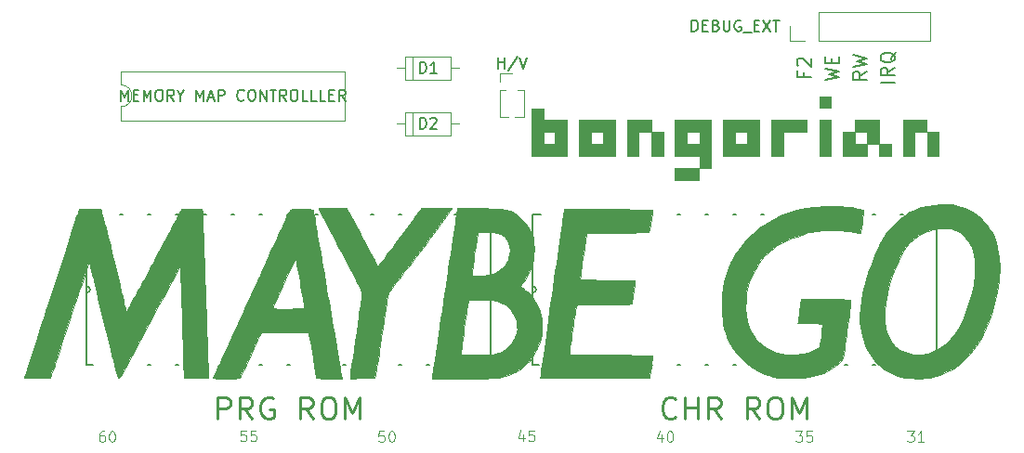
<source format=gto>
G04 #@! TF.FileFunction,Legend,Top*
%FSLAX46Y46*%
G04 Gerber Fmt 4.6, Leading zero omitted, Abs format (unit mm)*
G04 Created by KiCad (PCBNEW 4.0.7) date 05/30/18 10:11:06*
%MOMM*%
%LPD*%
G01*
G04 APERTURE LIST*
%ADD10C,0.150000*%
%ADD11C,0.152400*%
%ADD12C,0.120000*%
%ADD13C,0.010000*%
%ADD14C,0.254000*%
%ADD15C,0.081280*%
%ADD16C,0.142240*%
G04 APERTURE END LIST*
D10*
X166944524Y-78770238D02*
X165674524Y-78770238D01*
X166944524Y-77439762D02*
X166339762Y-77863095D01*
X166944524Y-78165476D02*
X165674524Y-78165476D01*
X165674524Y-77681667D01*
X165735000Y-77560714D01*
X165795476Y-77500238D01*
X165916429Y-77439762D01*
X166097857Y-77439762D01*
X166218810Y-77500238D01*
X166279286Y-77560714D01*
X166339762Y-77681667D01*
X166339762Y-78165476D01*
X167065476Y-76048809D02*
X167005000Y-76169762D01*
X166884048Y-76290714D01*
X166702619Y-76472143D01*
X166642143Y-76593095D01*
X166642143Y-76714047D01*
X166944524Y-76653571D02*
X166884048Y-76774524D01*
X166763095Y-76895476D01*
X166521190Y-76955952D01*
X166097857Y-76955952D01*
X165855952Y-76895476D01*
X165735000Y-76774524D01*
X165674524Y-76653571D01*
X165674524Y-76411667D01*
X165735000Y-76290714D01*
X165855952Y-76169762D01*
X166097857Y-76109286D01*
X166521190Y-76109286D01*
X166763095Y-76169762D01*
X166884048Y-76290714D01*
X166944524Y-76411667D01*
X166944524Y-76653571D01*
X164404524Y-77802619D02*
X163799762Y-78225952D01*
X164404524Y-78528333D02*
X163134524Y-78528333D01*
X163134524Y-78044524D01*
X163195000Y-77923571D01*
X163255476Y-77863095D01*
X163376429Y-77802619D01*
X163557857Y-77802619D01*
X163678810Y-77863095D01*
X163739286Y-77923571D01*
X163799762Y-78044524D01*
X163799762Y-78528333D01*
X163134524Y-77379285D02*
X164404524Y-77076904D01*
X163497381Y-76835000D01*
X164404524Y-76593095D01*
X163134524Y-76290714D01*
X160594524Y-78588809D02*
X161864524Y-78286428D01*
X160957381Y-78044524D01*
X161864524Y-77802619D01*
X160594524Y-77500238D01*
X161199286Y-77016428D02*
X161199286Y-76593095D01*
X161864524Y-76411666D02*
X161864524Y-77016428D01*
X160594524Y-77016428D01*
X160594524Y-76411666D01*
X158659286Y-77893333D02*
X158659286Y-78316666D01*
X159324524Y-78316666D02*
X158054524Y-78316666D01*
X158054524Y-77711904D01*
X158175476Y-77288571D02*
X158115000Y-77228095D01*
X158054524Y-77107143D01*
X158054524Y-76804762D01*
X158115000Y-76683809D01*
X158175476Y-76623333D01*
X158296429Y-76562857D01*
X158417381Y-76562857D01*
X158598810Y-76623333D01*
X159324524Y-77349047D01*
X159324524Y-76562857D01*
D11*
X94107000Y-90805000D02*
X93345000Y-90805000D01*
X96647000Y-90805000D02*
X96393000Y-90805000D01*
X99187000Y-90805000D02*
X98933000Y-90805000D01*
X101727000Y-90805000D02*
X101473000Y-90805000D01*
X104267000Y-90805000D02*
X104013000Y-90805000D01*
X130175000Y-104521000D02*
X130175000Y-90805000D01*
X130175000Y-90805000D02*
X129413000Y-90805000D01*
X93345000Y-90805000D02*
X93345000Y-97358200D01*
X93345000Y-97358200D02*
X93345000Y-97967800D01*
X93345000Y-97967800D02*
X93345000Y-104521000D01*
X93345000Y-104521000D02*
X93929200Y-104521000D01*
X98933000Y-104521000D02*
X99187000Y-104521000D01*
X101473000Y-104521000D02*
X101727000Y-104521000D01*
X104013000Y-104521000D02*
X104267000Y-104521000D01*
X106553000Y-104521000D02*
X106807000Y-104521000D01*
X109093000Y-104521000D02*
X109347000Y-104521000D01*
X111633000Y-104521000D02*
X111887000Y-104521000D01*
X114173000Y-104521000D02*
X114427000Y-104521000D01*
X116713000Y-104521000D02*
X116967000Y-104521000D01*
X119253000Y-104521000D02*
X119507000Y-104521000D01*
X121793000Y-104521000D02*
X122047000Y-104521000D01*
X124333000Y-104521000D02*
X124587000Y-104521000D01*
X126873000Y-104521000D02*
X127127000Y-104521000D01*
X129413000Y-104521000D02*
X130175000Y-104521000D01*
X127127000Y-90805000D02*
X126873000Y-90805000D01*
X124587000Y-90805000D02*
X124333000Y-90805000D01*
X122047000Y-90805000D02*
X121793000Y-90805000D01*
X119507000Y-90805000D02*
X119253000Y-90805000D01*
X116967000Y-90805000D02*
X116713000Y-90805000D01*
X114427000Y-90805000D02*
X114173000Y-90805000D01*
X111887000Y-90805000D02*
X111633000Y-90805000D01*
X109347000Y-90805000D02*
X109093000Y-90805000D01*
X106807000Y-90805000D02*
X106553000Y-90805000D01*
X93345000Y-97967800D02*
G75*
G03X93345000Y-97358200I0J304800D01*
G01*
X134747000Y-90805000D02*
X133985000Y-90805000D01*
X137287000Y-90805000D02*
X137033000Y-90805000D01*
X139827000Y-90805000D02*
X139573000Y-90805000D01*
X142367000Y-90805000D02*
X142113000Y-90805000D01*
X144907000Y-90805000D02*
X144653000Y-90805000D01*
X170815000Y-104521000D02*
X170815000Y-90805000D01*
X170815000Y-90805000D02*
X170053000Y-90805000D01*
X133985000Y-90805000D02*
X133985000Y-97358200D01*
X133985000Y-97358200D02*
X133985000Y-97967800D01*
X133985000Y-97967800D02*
X133985000Y-104521000D01*
X133985000Y-104521000D02*
X134569200Y-104521000D01*
X139573000Y-104521000D02*
X139827000Y-104521000D01*
X142113000Y-104521000D02*
X142367000Y-104521000D01*
X144653000Y-104521000D02*
X144907000Y-104521000D01*
X147193000Y-104521000D02*
X147447000Y-104521000D01*
X149733000Y-104521000D02*
X149987000Y-104521000D01*
X152273000Y-104521000D02*
X152527000Y-104521000D01*
X154813000Y-104521000D02*
X155067000Y-104521000D01*
X157353000Y-104521000D02*
X157607000Y-104521000D01*
X159893000Y-104521000D02*
X160147000Y-104521000D01*
X162433000Y-104521000D02*
X162687000Y-104521000D01*
X164973000Y-104521000D02*
X165227000Y-104521000D01*
X167513000Y-104521000D02*
X167767000Y-104521000D01*
X170053000Y-104521000D02*
X170815000Y-104521000D01*
X167767000Y-90805000D02*
X167513000Y-90805000D01*
X165227000Y-90805000D02*
X164973000Y-90805000D01*
X162687000Y-90805000D02*
X162433000Y-90805000D01*
X160147000Y-90805000D02*
X159893000Y-90805000D01*
X157607000Y-90805000D02*
X157353000Y-90805000D01*
X155067000Y-90805000D02*
X154813000Y-90805000D01*
X152527000Y-90805000D02*
X152273000Y-90805000D01*
X149987000Y-90805000D02*
X149733000Y-90805000D01*
X147447000Y-90805000D02*
X147193000Y-90805000D01*
X133985000Y-97967800D02*
G75*
G03X133985000Y-97358200I0J304800D01*
G01*
D12*
X170240000Y-74990000D02*
X170240000Y-72330000D01*
X160020000Y-74990000D02*
X170240000Y-74990000D01*
X160020000Y-72330000D02*
X170240000Y-72330000D01*
X160020000Y-74990000D02*
X160020000Y-72330000D01*
X158750000Y-74990000D02*
X157420000Y-74990000D01*
X157420000Y-74990000D02*
X157420000Y-73660000D01*
X130970000Y-81975000D02*
X131772470Y-81975000D01*
X132387530Y-81975000D02*
X133190000Y-81975000D01*
X130970000Y-79500000D02*
X130970000Y-81975000D01*
X133190000Y-79500000D02*
X133190000Y-81975000D01*
X130970000Y-79500000D02*
X131516529Y-79500000D01*
X132643471Y-79500000D02*
X133190000Y-79500000D01*
X130970000Y-78740000D02*
X130970000Y-77980000D01*
X130970000Y-77980000D02*
X132080000Y-77980000D01*
X122400000Y-76410000D02*
X122400000Y-78530000D01*
X122400000Y-78530000D02*
X126520000Y-78530000D01*
X126520000Y-78530000D02*
X126520000Y-76410000D01*
X126520000Y-76410000D02*
X122400000Y-76410000D01*
X121630000Y-77470000D02*
X122400000Y-77470000D01*
X127290000Y-77470000D02*
X126520000Y-77470000D01*
X123060000Y-76410000D02*
X123060000Y-78530000D01*
X122400000Y-81490000D02*
X122400000Y-83610000D01*
X122400000Y-83610000D02*
X126520000Y-83610000D01*
X126520000Y-83610000D02*
X126520000Y-81490000D01*
X126520000Y-81490000D02*
X122400000Y-81490000D01*
X121630000Y-82550000D02*
X122400000Y-82550000D01*
X127290000Y-82550000D02*
X126520000Y-82550000D01*
X123060000Y-81490000D02*
X123060000Y-83610000D01*
X96460000Y-79010000D02*
G75*
G02X96460000Y-81010000I0J-1000000D01*
G01*
X96460000Y-81010000D02*
X96460000Y-82260000D01*
X96460000Y-82260000D02*
X116900000Y-82260000D01*
X116900000Y-82260000D02*
X116900000Y-77760000D01*
X116900000Y-77760000D02*
X96460000Y-77760000D01*
X96460000Y-77760000D02*
X96460000Y-79010000D01*
D13*
G36*
X103238884Y-90301769D02*
X103503514Y-90310476D01*
X103684888Y-90325628D01*
X103790914Y-90347750D01*
X103817360Y-90360996D01*
X103839527Y-90386366D01*
X103858199Y-90432903D01*
X103874053Y-90510182D01*
X103887770Y-90627774D01*
X103900027Y-90795253D01*
X103911505Y-91022190D01*
X103922883Y-91318159D01*
X103934838Y-91692733D01*
X103948051Y-92155483D01*
X103950201Y-92233750D01*
X103962605Y-92673052D01*
X103975433Y-93102438D01*
X103988177Y-93506527D01*
X104000324Y-93869937D01*
X104011364Y-94177285D01*
X104020785Y-94413191D01*
X104026838Y-94540585D01*
X104033466Y-94681457D01*
X104042935Y-94910855D01*
X104054857Y-95218139D01*
X104068845Y-95592670D01*
X104084511Y-96023806D01*
X104101467Y-96500909D01*
X104119327Y-97013337D01*
X104137701Y-97550451D01*
X104152434Y-97988437D01*
X104185467Y-98969907D01*
X104217267Y-99898397D01*
X104247670Y-100769568D01*
X104276510Y-101579080D01*
X104303624Y-102322596D01*
X104328847Y-102995776D01*
X104352017Y-103594282D01*
X104372967Y-104113774D01*
X104391535Y-104549915D01*
X104407555Y-104898364D01*
X104420865Y-105154784D01*
X104427950Y-105269559D01*
X104459519Y-105729393D01*
X103324935Y-105716044D01*
X102190352Y-105702695D01*
X102178791Y-105156992D01*
X102172196Y-104874907D01*
X102162799Y-104515286D01*
X102150945Y-104088846D01*
X102136980Y-103606303D01*
X102121248Y-103078372D01*
X102104097Y-102515769D01*
X102085870Y-101929210D01*
X102066913Y-101329410D01*
X102047572Y-100727087D01*
X102028192Y-100132955D01*
X102009119Y-99557731D01*
X101990698Y-99012131D01*
X101973274Y-98506869D01*
X101957193Y-98052663D01*
X101942800Y-97660228D01*
X101930441Y-97340280D01*
X101920461Y-97103534D01*
X101916539Y-97021054D01*
X101901264Y-96707287D01*
X101887963Y-96411312D01*
X101877482Y-96153838D01*
X101870668Y-95955572D01*
X101868365Y-95842832D01*
X101859870Y-95705437D01*
X101838791Y-95620514D01*
X101824368Y-95607187D01*
X101794627Y-95649897D01*
X101722146Y-95773508D01*
X101610626Y-95971242D01*
X101463766Y-96236319D01*
X101285268Y-96561961D01*
X101078830Y-96941389D01*
X100848153Y-97367824D01*
X100596938Y-97834488D01*
X100328883Y-98334602D01*
X100047689Y-98861388D01*
X100030420Y-98893808D01*
X99541124Y-99812205D01*
X99096081Y-100646781D01*
X98693144Y-101401411D01*
X98330162Y-102079972D01*
X98004987Y-102686342D01*
X97715470Y-103224397D01*
X97459462Y-103698015D01*
X97234813Y-104111071D01*
X97039374Y-104467443D01*
X96870997Y-104771008D01*
X96727532Y-105025642D01*
X96606830Y-105235222D01*
X96506743Y-105403626D01*
X96425120Y-105534729D01*
X96359813Y-105632409D01*
X96308673Y-105700543D01*
X96269550Y-105743008D01*
X96240296Y-105763680D01*
X96220428Y-105766818D01*
X96202685Y-105744360D01*
X96175988Y-105679351D01*
X96139229Y-105567462D01*
X96091302Y-105404364D01*
X96031100Y-105185727D01*
X95957517Y-104907221D01*
X95869444Y-104564518D01*
X95765777Y-104153288D01*
X95645407Y-103669202D01*
X95507228Y-103107930D01*
X95350133Y-102465142D01*
X95173015Y-101736511D01*
X94974768Y-100917705D01*
X94872265Y-100493389D01*
X94701959Y-99788270D01*
X94537895Y-99109600D01*
X94381605Y-98463681D01*
X94234618Y-97856810D01*
X94098465Y-97295286D01*
X93974678Y-96785410D01*
X93864785Y-96333481D01*
X93770319Y-95945796D01*
X93692809Y-95628657D01*
X93633787Y-95388361D01*
X93594783Y-95231208D01*
X93577326Y-95163498D01*
X93576775Y-95161746D01*
X93557241Y-95195456D01*
X93508657Y-95319436D01*
X93432416Y-95529521D01*
X93329910Y-95821547D01*
X93202532Y-96191351D01*
X93051674Y-96634768D01*
X92878729Y-97147635D01*
X92685089Y-97725787D01*
X92472146Y-98365062D01*
X92241294Y-99061294D01*
X91993924Y-99810320D01*
X91731430Y-100607976D01*
X91455203Y-101450098D01*
X91166636Y-102332522D01*
X90867122Y-103251084D01*
X90707026Y-103743125D01*
X90572224Y-104154788D01*
X90444967Y-104537803D01*
X90328882Y-104881662D01*
X90227600Y-105175857D01*
X90144747Y-105409881D01*
X90083954Y-105573225D01*
X90048848Y-105655382D01*
X90044303Y-105662223D01*
X90006925Y-105692225D01*
X89953339Y-105714960D01*
X89871280Y-105731150D01*
X89748483Y-105741514D01*
X89572682Y-105746775D01*
X89331614Y-105747653D01*
X89013011Y-105744868D01*
X88709004Y-105740710D01*
X88401548Y-105734608D01*
X88130719Y-105726256D01*
X87911098Y-105716352D01*
X87757265Y-105705591D01*
X87683800Y-105694671D01*
X87679610Y-105691545D01*
X87694601Y-105636656D01*
X87738005Y-105494761D01*
X87807463Y-105273179D01*
X87900619Y-104979232D01*
X88015115Y-104620240D01*
X88148596Y-104203524D01*
X88298703Y-103736403D01*
X88463080Y-103226198D01*
X88639369Y-102680231D01*
X88825214Y-102105822D01*
X89018257Y-101510290D01*
X89216142Y-100900957D01*
X89416511Y-100285144D01*
X89617008Y-99670170D01*
X89712577Y-99377500D01*
X90251892Y-97723752D01*
X90768909Y-96132232D01*
X91260979Y-94611126D01*
X91725451Y-93168621D01*
X92096543Y-92010507D01*
X92218926Y-91630285D01*
X92333601Y-91279055D01*
X92436684Y-90968331D01*
X92524290Y-90709623D01*
X92592535Y-90514443D01*
X92637536Y-90394301D01*
X92653139Y-90360996D01*
X92701744Y-90337410D01*
X92811177Y-90320006D01*
X92990785Y-90308196D01*
X93249917Y-90301391D01*
X93597920Y-90299003D01*
X93637665Y-90298984D01*
X93963909Y-90299373D01*
X94205137Y-90301593D01*
X94375555Y-90307221D01*
X94489366Y-90317832D01*
X94560773Y-90335005D01*
X94603981Y-90360317D01*
X94633192Y-90395344D01*
X94642998Y-90410605D01*
X94670204Y-90483448D01*
X94718290Y-90645538D01*
X94785430Y-90889537D01*
X94869798Y-91208109D01*
X94969569Y-91593914D01*
X95082915Y-92039614D01*
X95208010Y-92537873D01*
X95343029Y-93081351D01*
X95486144Y-93662711D01*
X95635530Y-94274614D01*
X95789361Y-94909724D01*
X95945810Y-95560701D01*
X96103051Y-96220209D01*
X96259257Y-96880908D01*
X96357893Y-97301203D01*
X96484419Y-97842114D01*
X96590221Y-98294336D01*
X96677267Y-98665770D01*
X96747526Y-98964317D01*
X96802969Y-99197876D01*
X96845563Y-99374349D01*
X96877279Y-99501634D01*
X96900085Y-99587634D01*
X96915951Y-99640247D01*
X96926846Y-99667374D01*
X96934739Y-99676916D01*
X96941599Y-99676773D01*
X96949395Y-99674844D01*
X96949538Y-99674842D01*
X96992497Y-99635935D01*
X97058417Y-99540116D01*
X97074127Y-99513612D01*
X97154019Y-99371673D01*
X97273389Y-99155140D01*
X97425209Y-98877062D01*
X97602454Y-98550491D01*
X97798096Y-98188478D01*
X98005111Y-97804073D01*
X98216472Y-97410327D01*
X98425151Y-97020292D01*
X98624125Y-96647018D01*
X98806365Y-96303556D01*
X98964846Y-96002956D01*
X98990283Y-95954453D01*
X99179594Y-95594667D01*
X99384843Y-95207209D01*
X99591431Y-94819467D01*
X99784754Y-94458828D01*
X99950213Y-94152680D01*
X99982111Y-94094101D01*
X100119142Y-93840432D01*
X100291006Y-93518410D01*
X100487201Y-93147936D01*
X100697225Y-92748914D01*
X100910576Y-92341246D01*
X101116753Y-91944835D01*
X101146976Y-91886484D01*
X101328157Y-91538330D01*
X101497796Y-91215888D01*
X101649796Y-90930475D01*
X101778059Y-90693407D01*
X101876491Y-90515999D01*
X101938993Y-90409569D01*
X101955473Y-90385800D01*
X101994017Y-90353785D01*
X102054398Y-90330647D01*
X102151486Y-90314992D01*
X102300151Y-90305431D01*
X102515264Y-90300571D01*
X102811695Y-90299019D01*
X102883090Y-90298984D01*
X103238884Y-90301769D01*
X103238884Y-90301769D01*
G37*
X103238884Y-90301769D02*
X103503514Y-90310476D01*
X103684888Y-90325628D01*
X103790914Y-90347750D01*
X103817360Y-90360996D01*
X103839527Y-90386366D01*
X103858199Y-90432903D01*
X103874053Y-90510182D01*
X103887770Y-90627774D01*
X103900027Y-90795253D01*
X103911505Y-91022190D01*
X103922883Y-91318159D01*
X103934838Y-91692733D01*
X103948051Y-92155483D01*
X103950201Y-92233750D01*
X103962605Y-92673052D01*
X103975433Y-93102438D01*
X103988177Y-93506527D01*
X104000324Y-93869937D01*
X104011364Y-94177285D01*
X104020785Y-94413191D01*
X104026838Y-94540585D01*
X104033466Y-94681457D01*
X104042935Y-94910855D01*
X104054857Y-95218139D01*
X104068845Y-95592670D01*
X104084511Y-96023806D01*
X104101467Y-96500909D01*
X104119327Y-97013337D01*
X104137701Y-97550451D01*
X104152434Y-97988437D01*
X104185467Y-98969907D01*
X104217267Y-99898397D01*
X104247670Y-100769568D01*
X104276510Y-101579080D01*
X104303624Y-102322596D01*
X104328847Y-102995776D01*
X104352017Y-103594282D01*
X104372967Y-104113774D01*
X104391535Y-104549915D01*
X104407555Y-104898364D01*
X104420865Y-105154784D01*
X104427950Y-105269559D01*
X104459519Y-105729393D01*
X103324935Y-105716044D01*
X102190352Y-105702695D01*
X102178791Y-105156992D01*
X102172196Y-104874907D01*
X102162799Y-104515286D01*
X102150945Y-104088846D01*
X102136980Y-103606303D01*
X102121248Y-103078372D01*
X102104097Y-102515769D01*
X102085870Y-101929210D01*
X102066913Y-101329410D01*
X102047572Y-100727087D01*
X102028192Y-100132955D01*
X102009119Y-99557731D01*
X101990698Y-99012131D01*
X101973274Y-98506869D01*
X101957193Y-98052663D01*
X101942800Y-97660228D01*
X101930441Y-97340280D01*
X101920461Y-97103534D01*
X101916539Y-97021054D01*
X101901264Y-96707287D01*
X101887963Y-96411312D01*
X101877482Y-96153838D01*
X101870668Y-95955572D01*
X101868365Y-95842832D01*
X101859870Y-95705437D01*
X101838791Y-95620514D01*
X101824368Y-95607187D01*
X101794627Y-95649897D01*
X101722146Y-95773508D01*
X101610626Y-95971242D01*
X101463766Y-96236319D01*
X101285268Y-96561961D01*
X101078830Y-96941389D01*
X100848153Y-97367824D01*
X100596938Y-97834488D01*
X100328883Y-98334602D01*
X100047689Y-98861388D01*
X100030420Y-98893808D01*
X99541124Y-99812205D01*
X99096081Y-100646781D01*
X98693144Y-101401411D01*
X98330162Y-102079972D01*
X98004987Y-102686342D01*
X97715470Y-103224397D01*
X97459462Y-103698015D01*
X97234813Y-104111071D01*
X97039374Y-104467443D01*
X96870997Y-104771008D01*
X96727532Y-105025642D01*
X96606830Y-105235222D01*
X96506743Y-105403626D01*
X96425120Y-105534729D01*
X96359813Y-105632409D01*
X96308673Y-105700543D01*
X96269550Y-105743008D01*
X96240296Y-105763680D01*
X96220428Y-105766818D01*
X96202685Y-105744360D01*
X96175988Y-105679351D01*
X96139229Y-105567462D01*
X96091302Y-105404364D01*
X96031100Y-105185727D01*
X95957517Y-104907221D01*
X95869444Y-104564518D01*
X95765777Y-104153288D01*
X95645407Y-103669202D01*
X95507228Y-103107930D01*
X95350133Y-102465142D01*
X95173015Y-101736511D01*
X94974768Y-100917705D01*
X94872265Y-100493389D01*
X94701959Y-99788270D01*
X94537895Y-99109600D01*
X94381605Y-98463681D01*
X94234618Y-97856810D01*
X94098465Y-97295286D01*
X93974678Y-96785410D01*
X93864785Y-96333481D01*
X93770319Y-95945796D01*
X93692809Y-95628657D01*
X93633787Y-95388361D01*
X93594783Y-95231208D01*
X93577326Y-95163498D01*
X93576775Y-95161746D01*
X93557241Y-95195456D01*
X93508657Y-95319436D01*
X93432416Y-95529521D01*
X93329910Y-95821547D01*
X93202532Y-96191351D01*
X93051674Y-96634768D01*
X92878729Y-97147635D01*
X92685089Y-97725787D01*
X92472146Y-98365062D01*
X92241294Y-99061294D01*
X91993924Y-99810320D01*
X91731430Y-100607976D01*
X91455203Y-101450098D01*
X91166636Y-102332522D01*
X90867122Y-103251084D01*
X90707026Y-103743125D01*
X90572224Y-104154788D01*
X90444967Y-104537803D01*
X90328882Y-104881662D01*
X90227600Y-105175857D01*
X90144747Y-105409881D01*
X90083954Y-105573225D01*
X90048848Y-105655382D01*
X90044303Y-105662223D01*
X90006925Y-105692225D01*
X89953339Y-105714960D01*
X89871280Y-105731150D01*
X89748483Y-105741514D01*
X89572682Y-105746775D01*
X89331614Y-105747653D01*
X89013011Y-105744868D01*
X88709004Y-105740710D01*
X88401548Y-105734608D01*
X88130719Y-105726256D01*
X87911098Y-105716352D01*
X87757265Y-105705591D01*
X87683800Y-105694671D01*
X87679610Y-105691545D01*
X87694601Y-105636656D01*
X87738005Y-105494761D01*
X87807463Y-105273179D01*
X87900619Y-104979232D01*
X88015115Y-104620240D01*
X88148596Y-104203524D01*
X88298703Y-103736403D01*
X88463080Y-103226198D01*
X88639369Y-102680231D01*
X88825214Y-102105822D01*
X89018257Y-101510290D01*
X89216142Y-100900957D01*
X89416511Y-100285144D01*
X89617008Y-99670170D01*
X89712577Y-99377500D01*
X90251892Y-97723752D01*
X90768909Y-96132232D01*
X91260979Y-94611126D01*
X91725451Y-93168621D01*
X92096543Y-92010507D01*
X92218926Y-91630285D01*
X92333601Y-91279055D01*
X92436684Y-90968331D01*
X92524290Y-90709623D01*
X92592535Y-90514443D01*
X92637536Y-90394301D01*
X92653139Y-90360996D01*
X92701744Y-90337410D01*
X92811177Y-90320006D01*
X92990785Y-90308196D01*
X93249917Y-90301391D01*
X93597920Y-90299003D01*
X93637665Y-90298984D01*
X93963909Y-90299373D01*
X94205137Y-90301593D01*
X94375555Y-90307221D01*
X94489366Y-90317832D01*
X94560773Y-90335005D01*
X94603981Y-90360317D01*
X94633192Y-90395344D01*
X94642998Y-90410605D01*
X94670204Y-90483448D01*
X94718290Y-90645538D01*
X94785430Y-90889537D01*
X94869798Y-91208109D01*
X94969569Y-91593914D01*
X95082915Y-92039614D01*
X95208010Y-92537873D01*
X95343029Y-93081351D01*
X95486144Y-93662711D01*
X95635530Y-94274614D01*
X95789361Y-94909724D01*
X95945810Y-95560701D01*
X96103051Y-96220209D01*
X96259257Y-96880908D01*
X96357893Y-97301203D01*
X96484419Y-97842114D01*
X96590221Y-98294336D01*
X96677267Y-98665770D01*
X96747526Y-98964317D01*
X96802969Y-99197876D01*
X96845563Y-99374349D01*
X96877279Y-99501634D01*
X96900085Y-99587634D01*
X96915951Y-99640247D01*
X96926846Y-99667374D01*
X96934739Y-99676916D01*
X96941599Y-99676773D01*
X96949395Y-99674844D01*
X96949538Y-99674842D01*
X96992497Y-99635935D01*
X97058417Y-99540116D01*
X97074127Y-99513612D01*
X97154019Y-99371673D01*
X97273389Y-99155140D01*
X97425209Y-98877062D01*
X97602454Y-98550491D01*
X97798096Y-98188478D01*
X98005111Y-97804073D01*
X98216472Y-97410327D01*
X98425151Y-97020292D01*
X98624125Y-96647018D01*
X98806365Y-96303556D01*
X98964846Y-96002956D01*
X98990283Y-95954453D01*
X99179594Y-95594667D01*
X99384843Y-95207209D01*
X99591431Y-94819467D01*
X99784754Y-94458828D01*
X99950213Y-94152680D01*
X99982111Y-94094101D01*
X100119142Y-93840432D01*
X100291006Y-93518410D01*
X100487201Y-93147936D01*
X100697225Y-92748914D01*
X100910576Y-92341246D01*
X101116753Y-91944835D01*
X101146976Y-91886484D01*
X101328157Y-91538330D01*
X101497796Y-91215888D01*
X101649796Y-90930475D01*
X101778059Y-90693407D01*
X101876491Y-90515999D01*
X101938993Y-90409569D01*
X101955473Y-90385800D01*
X101994017Y-90353785D01*
X102054398Y-90330647D01*
X102151486Y-90314992D01*
X102300151Y-90305431D01*
X102515264Y-90300571D01*
X102811695Y-90299019D01*
X102883090Y-90298984D01*
X103238884Y-90301769D01*
G36*
X113254067Y-90348870D02*
X113508850Y-90350635D01*
X113690840Y-90355286D01*
X113813252Y-90364223D01*
X113889297Y-90378844D01*
X113932190Y-90400549D01*
X113955144Y-90430738D01*
X113967383Y-90460214D01*
X113984381Y-90531796D01*
X114015713Y-90690484D01*
X114059451Y-90925506D01*
X114113663Y-91226092D01*
X114176419Y-91581471D01*
X114245789Y-91980873D01*
X114319842Y-92413525D01*
X114360802Y-92655429D01*
X114438921Y-93118067D01*
X114530527Y-93659756D01*
X114632440Y-94261738D01*
X114741480Y-94905255D01*
X114854467Y-95571550D01*
X114968221Y-96241864D01*
X115079562Y-96897441D01*
X115185310Y-97519521D01*
X115210223Y-97665976D01*
X115296769Y-98174749D01*
X115389632Y-98720771D01*
X115487382Y-99295630D01*
X115588591Y-99890920D01*
X115691831Y-100498230D01*
X115795671Y-101109152D01*
X115898684Y-101715277D01*
X115999440Y-102308195D01*
X116096511Y-102879498D01*
X116188469Y-103420777D01*
X116273883Y-103923622D01*
X116351326Y-104379625D01*
X116419369Y-104780376D01*
X116476583Y-105117468D01*
X116521539Y-105382489D01*
X116552808Y-105567033D01*
X116568961Y-105662689D01*
X116569430Y-105665488D01*
X116588116Y-105777109D01*
X115427618Y-105777109D01*
X115037121Y-105775829D01*
X114736598Y-105771668D01*
X114516833Y-105764139D01*
X114368611Y-105752757D01*
X114282717Y-105737038D01*
X114249933Y-105716497D01*
X114249453Y-105715097D01*
X114236505Y-105648803D01*
X114210819Y-105500550D01*
X114175071Y-105286395D01*
X114131938Y-105022394D01*
X114084094Y-104724602D01*
X114077900Y-104685703D01*
X113964957Y-103983210D01*
X113863739Y-103369294D01*
X113774506Y-102845391D01*
X113697520Y-102412937D01*
X113633043Y-102073370D01*
X113581335Y-101828126D01*
X113542658Y-101678642D01*
X113522018Y-101629815D01*
X113459215Y-101612378D01*
X113309994Y-101597150D01*
X113086993Y-101584152D01*
X112802849Y-101573408D01*
X112470201Y-101564939D01*
X112101686Y-101558767D01*
X111709942Y-101554915D01*
X111307606Y-101553403D01*
X110907315Y-101554255D01*
X110521708Y-101557492D01*
X110163422Y-101563137D01*
X109845094Y-101571211D01*
X109579362Y-101581736D01*
X109378865Y-101594735D01*
X109256238Y-101610229D01*
X109223683Y-101622324D01*
X109193472Y-101679411D01*
X109126805Y-101817231D01*
X109028171Y-102026137D01*
X108902057Y-102296486D01*
X108752952Y-102618631D01*
X108585344Y-102982929D01*
X108403719Y-103379733D01*
X108294575Y-103619101D01*
X108105888Y-104032522D01*
X107927772Y-104420911D01*
X107764862Y-104774297D01*
X107621793Y-105082709D01*
X107503199Y-105336178D01*
X107413715Y-105524734D01*
X107357976Y-105638405D01*
X107343323Y-105665488D01*
X107319167Y-105700190D01*
X107287760Y-105726833D01*
X107236848Y-105746481D01*
X107154174Y-105760200D01*
X107027483Y-105769054D01*
X106844518Y-105774108D01*
X106593025Y-105776428D01*
X106260747Y-105777077D01*
X106058739Y-105777109D01*
X105723457Y-105776342D01*
X105423647Y-105774187D01*
X105172735Y-105770861D01*
X104984145Y-105766581D01*
X104871301Y-105761564D01*
X104844453Y-105757458D01*
X104864627Y-105710422D01*
X104923268Y-105579346D01*
X105017560Y-105370409D01*
X105144683Y-105089790D01*
X105301818Y-104743671D01*
X105486149Y-104338230D01*
X105694855Y-103879648D01*
X105925119Y-103374104D01*
X106174123Y-102827779D01*
X106439047Y-102246852D01*
X106717074Y-101637504D01*
X107005386Y-101005913D01*
X107301163Y-100358261D01*
X107601587Y-99700726D01*
X107746616Y-99383446D01*
X110309978Y-99383446D01*
X110311197Y-99384552D01*
X110384959Y-99400047D01*
X110541114Y-99412119D01*
X110763520Y-99420883D01*
X111036040Y-99426449D01*
X111342534Y-99428932D01*
X111666863Y-99428444D01*
X111992889Y-99425098D01*
X112304472Y-99419008D01*
X112585473Y-99410285D01*
X112819753Y-99399043D01*
X112991173Y-99385394D01*
X113083594Y-99369452D01*
X113092497Y-99365097D01*
X113117388Y-99338607D01*
X113132532Y-99295715D01*
X113136799Y-99224182D01*
X113129059Y-99111767D01*
X113108180Y-98946229D01*
X113073033Y-98715327D01*
X113022486Y-98406821D01*
X112981376Y-98162070D01*
X112910466Y-97746136D01*
X112836171Y-97317867D01*
X112760564Y-96888556D01*
X112685717Y-96469496D01*
X112613706Y-96071978D01*
X112546603Y-95707295D01*
X112486482Y-95386739D01*
X112435416Y-95121603D01*
X112395479Y-94923179D01*
X112368744Y-94802759D01*
X112358595Y-94770418D01*
X112328227Y-94794349D01*
X112291705Y-94868568D01*
X112251901Y-94961358D01*
X112180677Y-95119563D01*
X112089058Y-95318917D01*
X112012501Y-95483164D01*
X111701545Y-96149354D01*
X111416804Y-96765762D01*
X111160171Y-97328043D01*
X110933543Y-97831852D01*
X110738814Y-98272843D01*
X110577880Y-98646671D01*
X110452634Y-98948991D01*
X110364971Y-99175457D01*
X110316788Y-99321724D01*
X110309978Y-99383446D01*
X107746616Y-99383446D01*
X107903840Y-99039489D01*
X108205104Y-98380730D01*
X108502561Y-97730629D01*
X108793391Y-97095364D01*
X109074776Y-96481118D01*
X109122890Y-96376132D01*
X109340872Y-95899562D01*
X109588493Y-95356565D01*
X109854801Y-94771253D01*
X110128849Y-94167737D01*
X110399687Y-93570128D01*
X110656366Y-93002539D01*
X110878708Y-92509576D01*
X111069245Y-92087630D01*
X111248713Y-91692476D01*
X111412751Y-91333557D01*
X111556996Y-91020314D01*
X111677085Y-90762189D01*
X111768654Y-90568624D01*
X111827342Y-90449062D01*
X111847199Y-90413580D01*
X111890837Y-90390232D01*
X111984804Y-90372762D01*
X112139661Y-90360527D01*
X112365971Y-90352883D01*
X112674295Y-90349186D01*
X112913279Y-90348593D01*
X113254067Y-90348870D01*
X113254067Y-90348870D01*
G37*
X113254067Y-90348870D02*
X113508850Y-90350635D01*
X113690840Y-90355286D01*
X113813252Y-90364223D01*
X113889297Y-90378844D01*
X113932190Y-90400549D01*
X113955144Y-90430738D01*
X113967383Y-90460214D01*
X113984381Y-90531796D01*
X114015713Y-90690484D01*
X114059451Y-90925506D01*
X114113663Y-91226092D01*
X114176419Y-91581471D01*
X114245789Y-91980873D01*
X114319842Y-92413525D01*
X114360802Y-92655429D01*
X114438921Y-93118067D01*
X114530527Y-93659756D01*
X114632440Y-94261738D01*
X114741480Y-94905255D01*
X114854467Y-95571550D01*
X114968221Y-96241864D01*
X115079562Y-96897441D01*
X115185310Y-97519521D01*
X115210223Y-97665976D01*
X115296769Y-98174749D01*
X115389632Y-98720771D01*
X115487382Y-99295630D01*
X115588591Y-99890920D01*
X115691831Y-100498230D01*
X115795671Y-101109152D01*
X115898684Y-101715277D01*
X115999440Y-102308195D01*
X116096511Y-102879498D01*
X116188469Y-103420777D01*
X116273883Y-103923622D01*
X116351326Y-104379625D01*
X116419369Y-104780376D01*
X116476583Y-105117468D01*
X116521539Y-105382489D01*
X116552808Y-105567033D01*
X116568961Y-105662689D01*
X116569430Y-105665488D01*
X116588116Y-105777109D01*
X115427618Y-105777109D01*
X115037121Y-105775829D01*
X114736598Y-105771668D01*
X114516833Y-105764139D01*
X114368611Y-105752757D01*
X114282717Y-105737038D01*
X114249933Y-105716497D01*
X114249453Y-105715097D01*
X114236505Y-105648803D01*
X114210819Y-105500550D01*
X114175071Y-105286395D01*
X114131938Y-105022394D01*
X114084094Y-104724602D01*
X114077900Y-104685703D01*
X113964957Y-103983210D01*
X113863739Y-103369294D01*
X113774506Y-102845391D01*
X113697520Y-102412937D01*
X113633043Y-102073370D01*
X113581335Y-101828126D01*
X113542658Y-101678642D01*
X113522018Y-101629815D01*
X113459215Y-101612378D01*
X113309994Y-101597150D01*
X113086993Y-101584152D01*
X112802849Y-101573408D01*
X112470201Y-101564939D01*
X112101686Y-101558767D01*
X111709942Y-101554915D01*
X111307606Y-101553403D01*
X110907315Y-101554255D01*
X110521708Y-101557492D01*
X110163422Y-101563137D01*
X109845094Y-101571211D01*
X109579362Y-101581736D01*
X109378865Y-101594735D01*
X109256238Y-101610229D01*
X109223683Y-101622324D01*
X109193472Y-101679411D01*
X109126805Y-101817231D01*
X109028171Y-102026137D01*
X108902057Y-102296486D01*
X108752952Y-102618631D01*
X108585344Y-102982929D01*
X108403719Y-103379733D01*
X108294575Y-103619101D01*
X108105888Y-104032522D01*
X107927772Y-104420911D01*
X107764862Y-104774297D01*
X107621793Y-105082709D01*
X107503199Y-105336178D01*
X107413715Y-105524734D01*
X107357976Y-105638405D01*
X107343323Y-105665488D01*
X107319167Y-105700190D01*
X107287760Y-105726833D01*
X107236848Y-105746481D01*
X107154174Y-105760200D01*
X107027483Y-105769054D01*
X106844518Y-105774108D01*
X106593025Y-105776428D01*
X106260747Y-105777077D01*
X106058739Y-105777109D01*
X105723457Y-105776342D01*
X105423647Y-105774187D01*
X105172735Y-105770861D01*
X104984145Y-105766581D01*
X104871301Y-105761564D01*
X104844453Y-105757458D01*
X104864627Y-105710422D01*
X104923268Y-105579346D01*
X105017560Y-105370409D01*
X105144683Y-105089790D01*
X105301818Y-104743671D01*
X105486149Y-104338230D01*
X105694855Y-103879648D01*
X105925119Y-103374104D01*
X106174123Y-102827779D01*
X106439047Y-102246852D01*
X106717074Y-101637504D01*
X107005386Y-101005913D01*
X107301163Y-100358261D01*
X107601587Y-99700726D01*
X107746616Y-99383446D01*
X110309978Y-99383446D01*
X110311197Y-99384552D01*
X110384959Y-99400047D01*
X110541114Y-99412119D01*
X110763520Y-99420883D01*
X111036040Y-99426449D01*
X111342534Y-99428932D01*
X111666863Y-99428444D01*
X111992889Y-99425098D01*
X112304472Y-99419008D01*
X112585473Y-99410285D01*
X112819753Y-99399043D01*
X112991173Y-99385394D01*
X113083594Y-99369452D01*
X113092497Y-99365097D01*
X113117388Y-99338607D01*
X113132532Y-99295715D01*
X113136799Y-99224182D01*
X113129059Y-99111767D01*
X113108180Y-98946229D01*
X113073033Y-98715327D01*
X113022486Y-98406821D01*
X112981376Y-98162070D01*
X112910466Y-97746136D01*
X112836171Y-97317867D01*
X112760564Y-96888556D01*
X112685717Y-96469496D01*
X112613706Y-96071978D01*
X112546603Y-95707295D01*
X112486482Y-95386739D01*
X112435416Y-95121603D01*
X112395479Y-94923179D01*
X112368744Y-94802759D01*
X112358595Y-94770418D01*
X112328227Y-94794349D01*
X112291705Y-94868568D01*
X112251901Y-94961358D01*
X112180677Y-95119563D01*
X112089058Y-95318917D01*
X112012501Y-95483164D01*
X111701545Y-96149354D01*
X111416804Y-96765762D01*
X111160171Y-97328043D01*
X110933543Y-97831852D01*
X110738814Y-98272843D01*
X110577880Y-98646671D01*
X110452634Y-98948991D01*
X110364971Y-99175457D01*
X110316788Y-99321724D01*
X110309978Y-99383446D01*
X107746616Y-99383446D01*
X107903840Y-99039489D01*
X108205104Y-98380730D01*
X108502561Y-97730629D01*
X108793391Y-97095364D01*
X109074776Y-96481118D01*
X109122890Y-96376132D01*
X109340872Y-95899562D01*
X109588493Y-95356565D01*
X109854801Y-94771253D01*
X110128849Y-94167737D01*
X110399687Y-93570128D01*
X110656366Y-93002539D01*
X110878708Y-92509576D01*
X111069245Y-92087630D01*
X111248713Y-91692476D01*
X111412751Y-91333557D01*
X111556996Y-91020314D01*
X111677085Y-90762189D01*
X111768654Y-90568624D01*
X111827342Y-90449062D01*
X111847199Y-90413580D01*
X111890837Y-90390232D01*
X111984804Y-90372762D01*
X112139661Y-90360527D01*
X112365971Y-90352883D01*
X112674295Y-90349186D01*
X112913279Y-90348593D01*
X113254067Y-90348870D01*
G36*
X125773078Y-90201423D02*
X126055897Y-90203714D01*
X126297384Y-90207702D01*
X126482180Y-90213441D01*
X126594922Y-90220986D01*
X126622969Y-90228034D01*
X126604840Y-90270898D01*
X126548032Y-90362456D01*
X126448917Y-90507827D01*
X126303863Y-90712132D01*
X126109242Y-90980489D01*
X125861424Y-91318018D01*
X125587768Y-91688046D01*
X125393491Y-91949137D01*
X125160488Y-92260674D01*
X124894774Y-92614725D01*
X124602369Y-93003358D01*
X124289288Y-93418639D01*
X123961549Y-93852637D01*
X123625169Y-94297419D01*
X123286165Y-94745051D01*
X122950555Y-95187603D01*
X122624355Y-95617140D01*
X122313582Y-96025731D01*
X122024255Y-96405443D01*
X121762389Y-96748344D01*
X121534002Y-97046500D01*
X121345111Y-97291979D01*
X121201734Y-97476850D01*
X121109887Y-97593178D01*
X121090915Y-97616367D01*
X120973063Y-97763299D01*
X120875955Y-97894810D01*
X120827833Y-97970025D01*
X120808338Y-98031668D01*
X120780276Y-98160462D01*
X120743177Y-98359431D01*
X120696567Y-98631599D01*
X120639975Y-98979991D01*
X120572928Y-99407628D01*
X120494956Y-99917536D01*
X120405585Y-100512738D01*
X120304344Y-101196258D01*
X120190761Y-101971119D01*
X120064363Y-102840345D01*
X120023434Y-103123007D01*
X119957200Y-103577443D01*
X119893113Y-104010710D01*
X119833008Y-104410873D01*
X119778716Y-104765999D01*
X119732072Y-105064153D01*
X119694908Y-105293401D01*
X119669057Y-105441807D01*
X119661511Y-105479453D01*
X119601017Y-105752304D01*
X118473516Y-105765638D01*
X117346016Y-105778972D01*
X117346016Y-105599617D01*
X117354128Y-105492503D01*
X117376614Y-105307626D01*
X117410698Y-105064952D01*
X117453605Y-104784444D01*
X117492707Y-104544487D01*
X117598305Y-103894103D01*
X117709881Y-103170216D01*
X117823731Y-102398068D01*
X117936149Y-101602899D01*
X118043432Y-100809952D01*
X118065424Y-100642539D01*
X118115591Y-100267738D01*
X118172295Y-99859196D01*
X118230488Y-99452353D01*
X118285120Y-99082651D01*
X118319849Y-98856601D01*
X118361114Y-98575496D01*
X118393500Y-98318001D01*
X118414804Y-98104840D01*
X118422825Y-97956740D01*
X118420529Y-97908857D01*
X118393315Y-97837916D01*
X118323161Y-97686939D01*
X118213933Y-97463376D01*
X118069495Y-97174676D01*
X117893712Y-96828290D01*
X117690450Y-96431666D01*
X117463574Y-95992255D01*
X117216948Y-95517506D01*
X116954438Y-95014869D01*
X116679908Y-94491794D01*
X116397223Y-93955729D01*
X116110249Y-93414126D01*
X115822850Y-92874433D01*
X115538891Y-92344100D01*
X115386126Y-92060117D01*
X115131521Y-91585405D01*
X114923305Y-91191983D01*
X114758979Y-90874803D01*
X114636046Y-90628813D01*
X114552011Y-90448964D01*
X114504375Y-90330206D01*
X114490642Y-90267489D01*
X114494385Y-90256643D01*
X114550927Y-90247125D01*
X114692691Y-90237508D01*
X114905684Y-90228326D01*
X115175911Y-90220109D01*
X115489377Y-90213388D01*
X115725352Y-90209880D01*
X116126310Y-90206229D01*
X116438320Y-90206539D01*
X116671589Y-90211203D01*
X116836324Y-90220617D01*
X116942732Y-90235176D01*
X117001019Y-90255276D01*
X117007158Y-90259490D01*
X117053173Y-90320586D01*
X117136783Y-90456627D01*
X117250385Y-90654233D01*
X117386378Y-90900022D01*
X117537159Y-91180613D01*
X117621472Y-91340781D01*
X117814093Y-91707091D01*
X118037107Y-92127516D01*
X118273006Y-92569278D01*
X118504282Y-92999603D01*
X118713427Y-93385715D01*
X118734490Y-93424375D01*
X118914959Y-93756768D01*
X119096372Y-94093387D01*
X119267761Y-94413697D01*
X119418157Y-94697168D01*
X119536593Y-94923267D01*
X119575851Y-94999472D01*
X119681040Y-95200119D01*
X119771725Y-95363437D01*
X119837794Y-95471842D01*
X119868292Y-95507967D01*
X119916654Y-95472675D01*
X119998267Y-95384374D01*
X120029097Y-95346736D01*
X120127112Y-95220934D01*
X120276330Y-95026070D01*
X120468805Y-94772742D01*
X120696590Y-94471547D01*
X120951740Y-94133083D01*
X121226306Y-93767948D01*
X121512344Y-93386740D01*
X121801906Y-93000055D01*
X122087046Y-92618492D01*
X122359818Y-92252649D01*
X122612274Y-91913123D01*
X122836469Y-91610512D01*
X123024456Y-91355413D01*
X123125900Y-91216757D01*
X123322462Y-90948463D01*
X123501632Y-90706765D01*
X123654565Y-90503364D01*
X123772415Y-90349965D01*
X123846335Y-90258270D01*
X123865932Y-90237732D01*
X123926403Y-90228386D01*
X124068431Y-90220306D01*
X124276655Y-90213545D01*
X124535714Y-90208158D01*
X124830247Y-90204198D01*
X125144892Y-90201720D01*
X125464290Y-90200777D01*
X125773078Y-90201423D01*
X125773078Y-90201423D01*
G37*
X125773078Y-90201423D02*
X126055897Y-90203714D01*
X126297384Y-90207702D01*
X126482180Y-90213441D01*
X126594922Y-90220986D01*
X126622969Y-90228034D01*
X126604840Y-90270898D01*
X126548032Y-90362456D01*
X126448917Y-90507827D01*
X126303863Y-90712132D01*
X126109242Y-90980489D01*
X125861424Y-91318018D01*
X125587768Y-91688046D01*
X125393491Y-91949137D01*
X125160488Y-92260674D01*
X124894774Y-92614725D01*
X124602369Y-93003358D01*
X124289288Y-93418639D01*
X123961549Y-93852637D01*
X123625169Y-94297419D01*
X123286165Y-94745051D01*
X122950555Y-95187603D01*
X122624355Y-95617140D01*
X122313582Y-96025731D01*
X122024255Y-96405443D01*
X121762389Y-96748344D01*
X121534002Y-97046500D01*
X121345111Y-97291979D01*
X121201734Y-97476850D01*
X121109887Y-97593178D01*
X121090915Y-97616367D01*
X120973063Y-97763299D01*
X120875955Y-97894810D01*
X120827833Y-97970025D01*
X120808338Y-98031668D01*
X120780276Y-98160462D01*
X120743177Y-98359431D01*
X120696567Y-98631599D01*
X120639975Y-98979991D01*
X120572928Y-99407628D01*
X120494956Y-99917536D01*
X120405585Y-100512738D01*
X120304344Y-101196258D01*
X120190761Y-101971119D01*
X120064363Y-102840345D01*
X120023434Y-103123007D01*
X119957200Y-103577443D01*
X119893113Y-104010710D01*
X119833008Y-104410873D01*
X119778716Y-104765999D01*
X119732072Y-105064153D01*
X119694908Y-105293401D01*
X119669057Y-105441807D01*
X119661511Y-105479453D01*
X119601017Y-105752304D01*
X118473516Y-105765638D01*
X117346016Y-105778972D01*
X117346016Y-105599617D01*
X117354128Y-105492503D01*
X117376614Y-105307626D01*
X117410698Y-105064952D01*
X117453605Y-104784444D01*
X117492707Y-104544487D01*
X117598305Y-103894103D01*
X117709881Y-103170216D01*
X117823731Y-102398068D01*
X117936149Y-101602899D01*
X118043432Y-100809952D01*
X118065424Y-100642539D01*
X118115591Y-100267738D01*
X118172295Y-99859196D01*
X118230488Y-99452353D01*
X118285120Y-99082651D01*
X118319849Y-98856601D01*
X118361114Y-98575496D01*
X118393500Y-98318001D01*
X118414804Y-98104840D01*
X118422825Y-97956740D01*
X118420529Y-97908857D01*
X118393315Y-97837916D01*
X118323161Y-97686939D01*
X118213933Y-97463376D01*
X118069495Y-97174676D01*
X117893712Y-96828290D01*
X117690450Y-96431666D01*
X117463574Y-95992255D01*
X117216948Y-95517506D01*
X116954438Y-95014869D01*
X116679908Y-94491794D01*
X116397223Y-93955729D01*
X116110249Y-93414126D01*
X115822850Y-92874433D01*
X115538891Y-92344100D01*
X115386126Y-92060117D01*
X115131521Y-91585405D01*
X114923305Y-91191983D01*
X114758979Y-90874803D01*
X114636046Y-90628813D01*
X114552011Y-90448964D01*
X114504375Y-90330206D01*
X114490642Y-90267489D01*
X114494385Y-90256643D01*
X114550927Y-90247125D01*
X114692691Y-90237508D01*
X114905684Y-90228326D01*
X115175911Y-90220109D01*
X115489377Y-90213388D01*
X115725352Y-90209880D01*
X116126310Y-90206229D01*
X116438320Y-90206539D01*
X116671589Y-90211203D01*
X116836324Y-90220617D01*
X116942732Y-90235176D01*
X117001019Y-90255276D01*
X117007158Y-90259490D01*
X117053173Y-90320586D01*
X117136783Y-90456627D01*
X117250385Y-90654233D01*
X117386378Y-90900022D01*
X117537159Y-91180613D01*
X117621472Y-91340781D01*
X117814093Y-91707091D01*
X118037107Y-92127516D01*
X118273006Y-92569278D01*
X118504282Y-92999603D01*
X118713427Y-93385715D01*
X118734490Y-93424375D01*
X118914959Y-93756768D01*
X119096372Y-94093387D01*
X119267761Y-94413697D01*
X119418157Y-94697168D01*
X119536593Y-94923267D01*
X119575851Y-94999472D01*
X119681040Y-95200119D01*
X119771725Y-95363437D01*
X119837794Y-95471842D01*
X119868292Y-95507967D01*
X119916654Y-95472675D01*
X119998267Y-95384374D01*
X120029097Y-95346736D01*
X120127112Y-95220934D01*
X120276330Y-95026070D01*
X120468805Y-94772742D01*
X120696590Y-94471547D01*
X120951740Y-94133083D01*
X121226306Y-93767948D01*
X121512344Y-93386740D01*
X121801906Y-93000055D01*
X122087046Y-92618492D01*
X122359818Y-92252649D01*
X122612274Y-91913123D01*
X122836469Y-91610512D01*
X123024456Y-91355413D01*
X123125900Y-91216757D01*
X123322462Y-90948463D01*
X123501632Y-90706765D01*
X123654565Y-90503364D01*
X123772415Y-90349965D01*
X123846335Y-90258270D01*
X123865932Y-90237732D01*
X123926403Y-90228386D01*
X124068431Y-90220306D01*
X124276655Y-90213545D01*
X124535714Y-90208158D01*
X124830247Y-90204198D01*
X125144892Y-90201720D01*
X125464290Y-90200777D01*
X125773078Y-90201423D01*
G36*
X129070951Y-90262941D02*
X129637717Y-90270109D01*
X130116340Y-90279512D01*
X130517895Y-90292600D01*
X130853455Y-90310824D01*
X131134092Y-90335634D01*
X131370881Y-90368481D01*
X131574895Y-90410816D01*
X131757208Y-90464088D01*
X131928892Y-90529748D01*
X132101021Y-90609247D01*
X132234155Y-90677293D01*
X132599343Y-90909410D01*
X132956358Y-91210177D01*
X133287004Y-91558806D01*
X133573086Y-91934507D01*
X133796409Y-92316492D01*
X133911493Y-92593763D01*
X134010157Y-92985377D01*
X134073009Y-93443054D01*
X134099278Y-93940031D01*
X134088190Y-94449545D01*
X134038972Y-94944832D01*
X133987844Y-95238451D01*
X133890957Y-95571310D01*
X133735273Y-95945880D01*
X133533906Y-96335514D01*
X133299968Y-96713562D01*
X133175811Y-96888667D01*
X133049580Y-97064213D01*
X132951533Y-97212017D01*
X132893573Y-97313412D01*
X132883364Y-97347254D01*
X132927451Y-97395868D01*
X133032207Y-97486984D01*
X133178426Y-97604243D01*
X133245820Y-97656016D01*
X133596937Y-97965637D01*
X133928290Y-98339084D01*
X134223503Y-98752536D01*
X134466202Y-99182168D01*
X134640009Y-99604160D01*
X134681103Y-99743975D01*
X134813217Y-100436476D01*
X134850061Y-101121287D01*
X134793544Y-101791176D01*
X134645576Y-102438913D01*
X134408065Y-103057269D01*
X134082922Y-103639012D01*
X133672056Y-104176913D01*
X133447646Y-104414740D01*
X132932776Y-104861261D01*
X132378457Y-105217387D01*
X131779907Y-105485686D01*
X131132349Y-105668729D01*
X131103598Y-105674673D01*
X130992522Y-105696389D01*
X130883528Y-105714808D01*
X130767692Y-105730200D01*
X130636090Y-105742836D01*
X130479797Y-105752985D01*
X130289890Y-105760917D01*
X130057445Y-105766904D01*
X129773537Y-105771214D01*
X129429243Y-105774118D01*
X129015638Y-105775885D01*
X128523799Y-105776787D01*
X127944802Y-105777093D01*
X127718985Y-105777109D01*
X124837031Y-105777109D01*
X124837031Y-105660999D01*
X124844192Y-105601915D01*
X124865035Y-105451191D01*
X124898597Y-105215319D01*
X124943917Y-104900792D01*
X125000034Y-104514101D01*
X125065986Y-104061740D01*
X125140811Y-103550200D01*
X125155913Y-103447207D01*
X127454553Y-103447207D01*
X127455397Y-103508335D01*
X127461225Y-103547251D01*
X127471166Y-103571560D01*
X127478419Y-103581894D01*
X127544354Y-103603319D01*
X127694351Y-103620485D01*
X127913348Y-103633455D01*
X128186284Y-103642293D01*
X128498095Y-103647060D01*
X128833719Y-103647821D01*
X129178095Y-103644640D01*
X129516160Y-103637578D01*
X129832852Y-103626699D01*
X130113108Y-103612067D01*
X130341868Y-103593744D01*
X130504067Y-103571795D01*
X130517305Y-103569139D01*
X130989796Y-103421795D01*
X131423686Y-103191895D01*
X131807120Y-102889799D01*
X132128244Y-102525870D01*
X132375204Y-102110470D01*
X132478020Y-101855291D01*
X132531245Y-101676615D01*
X132561464Y-101508071D01*
X132572574Y-101314209D01*
X132568476Y-101059577D01*
X132567751Y-101039414D01*
X132555430Y-100795985D01*
X132534121Y-100615618D01*
X132495645Y-100462162D01*
X132431826Y-100299463D01*
X132370179Y-100165940D01*
X132200944Y-99871560D01*
X131979413Y-99575540D01*
X131728460Y-99303377D01*
X131470958Y-99080568D01*
X131291305Y-98963359D01*
X131093884Y-98859145D01*
X130919416Y-98777948D01*
X130750928Y-98716608D01*
X130571449Y-98671966D01*
X130364007Y-98640863D01*
X130111630Y-98620138D01*
X129797346Y-98606634D01*
X129404183Y-98597189D01*
X129315323Y-98595523D01*
X128162950Y-98574493D01*
X128115641Y-98690742D01*
X128098269Y-98765172D01*
X128069500Y-98926236D01*
X128031139Y-99162232D01*
X127984989Y-99461459D01*
X127932852Y-99812213D01*
X127876531Y-100202794D01*
X127817829Y-100621498D01*
X127814923Y-100642539D01*
X127731725Y-101245838D01*
X127661348Y-101758473D01*
X127602922Y-102188050D01*
X127555575Y-102542174D01*
X127518436Y-102828451D01*
X127490635Y-103054488D01*
X127471301Y-103227889D01*
X127459564Y-103356260D01*
X127454553Y-103447207D01*
X125155913Y-103447207D01*
X125223549Y-102985974D01*
X125313238Y-102375554D01*
X125408916Y-101725432D01*
X125509621Y-101042101D01*
X125614393Y-100332053D01*
X125722269Y-99601780D01*
X125832288Y-98857774D01*
X125943490Y-98106528D01*
X126054911Y-97354534D01*
X126165591Y-96608285D01*
X126227525Y-96191129D01*
X128462968Y-96191129D01*
X128464734Y-96273845D01*
X128473830Y-96319681D01*
X128501626Y-96355657D01*
X128563510Y-96379381D01*
X128676593Y-96393195D01*
X128857987Y-96399441D01*
X129064674Y-96400562D01*
X129330147Y-96395648D01*
X129596018Y-96382709D01*
X129824752Y-96363940D01*
X129936211Y-96349577D01*
X130417398Y-96227771D01*
X130836986Y-96028298D01*
X131195483Y-95750742D01*
X131493396Y-95394685D01*
X131731230Y-94959710D01*
X131785563Y-94827769D01*
X131873298Y-94490936D01*
X131901786Y-94114125D01*
X131871096Y-93736899D01*
X131783152Y-93403598D01*
X131616843Y-93076468D01*
X131394142Y-92819764D01*
X131107452Y-92628197D01*
X130749173Y-92496478D01*
X130380837Y-92427388D01*
X130158180Y-92408327D01*
X129908277Y-92401289D01*
X129652773Y-92405125D01*
X129413313Y-92418689D01*
X129211541Y-92440831D01*
X129069103Y-92470406D01*
X129011261Y-92500004D01*
X128992625Y-92561903D01*
X128962179Y-92709110D01*
X128922169Y-92928712D01*
X128874841Y-93207798D01*
X128822439Y-93533458D01*
X128767207Y-93892780D01*
X128755643Y-93970078D01*
X128674544Y-94518377D01*
X128608114Y-94976562D01*
X128555409Y-95352499D01*
X128515486Y-95654057D01*
X128487400Y-95889103D01*
X128470209Y-96065504D01*
X128462968Y-96191129D01*
X126227525Y-96191129D01*
X126274568Y-95874272D01*
X126380881Y-95158988D01*
X126483568Y-94468926D01*
X126581668Y-93810577D01*
X126674219Y-93190433D01*
X126760260Y-92614988D01*
X126838828Y-92090734D01*
X126908964Y-91624162D01*
X126969705Y-91221765D01*
X127020089Y-90890035D01*
X127059156Y-90635465D01*
X127085943Y-90464546D01*
X127099489Y-90383772D01*
X127099793Y-90382257D01*
X127128503Y-90242287D01*
X129070951Y-90262941D01*
X129070951Y-90262941D01*
G37*
X129070951Y-90262941D02*
X129637717Y-90270109D01*
X130116340Y-90279512D01*
X130517895Y-90292600D01*
X130853455Y-90310824D01*
X131134092Y-90335634D01*
X131370881Y-90368481D01*
X131574895Y-90410816D01*
X131757208Y-90464088D01*
X131928892Y-90529748D01*
X132101021Y-90609247D01*
X132234155Y-90677293D01*
X132599343Y-90909410D01*
X132956358Y-91210177D01*
X133287004Y-91558806D01*
X133573086Y-91934507D01*
X133796409Y-92316492D01*
X133911493Y-92593763D01*
X134010157Y-92985377D01*
X134073009Y-93443054D01*
X134099278Y-93940031D01*
X134088190Y-94449545D01*
X134038972Y-94944832D01*
X133987844Y-95238451D01*
X133890957Y-95571310D01*
X133735273Y-95945880D01*
X133533906Y-96335514D01*
X133299968Y-96713562D01*
X133175811Y-96888667D01*
X133049580Y-97064213D01*
X132951533Y-97212017D01*
X132893573Y-97313412D01*
X132883364Y-97347254D01*
X132927451Y-97395868D01*
X133032207Y-97486984D01*
X133178426Y-97604243D01*
X133245820Y-97656016D01*
X133596937Y-97965637D01*
X133928290Y-98339084D01*
X134223503Y-98752536D01*
X134466202Y-99182168D01*
X134640009Y-99604160D01*
X134681103Y-99743975D01*
X134813217Y-100436476D01*
X134850061Y-101121287D01*
X134793544Y-101791176D01*
X134645576Y-102438913D01*
X134408065Y-103057269D01*
X134082922Y-103639012D01*
X133672056Y-104176913D01*
X133447646Y-104414740D01*
X132932776Y-104861261D01*
X132378457Y-105217387D01*
X131779907Y-105485686D01*
X131132349Y-105668729D01*
X131103598Y-105674673D01*
X130992522Y-105696389D01*
X130883528Y-105714808D01*
X130767692Y-105730200D01*
X130636090Y-105742836D01*
X130479797Y-105752985D01*
X130289890Y-105760917D01*
X130057445Y-105766904D01*
X129773537Y-105771214D01*
X129429243Y-105774118D01*
X129015638Y-105775885D01*
X128523799Y-105776787D01*
X127944802Y-105777093D01*
X127718985Y-105777109D01*
X124837031Y-105777109D01*
X124837031Y-105660999D01*
X124844192Y-105601915D01*
X124865035Y-105451191D01*
X124898597Y-105215319D01*
X124943917Y-104900792D01*
X125000034Y-104514101D01*
X125065986Y-104061740D01*
X125140811Y-103550200D01*
X125155913Y-103447207D01*
X127454553Y-103447207D01*
X127455397Y-103508335D01*
X127461225Y-103547251D01*
X127471166Y-103571560D01*
X127478419Y-103581894D01*
X127544354Y-103603319D01*
X127694351Y-103620485D01*
X127913348Y-103633455D01*
X128186284Y-103642293D01*
X128498095Y-103647060D01*
X128833719Y-103647821D01*
X129178095Y-103644640D01*
X129516160Y-103637578D01*
X129832852Y-103626699D01*
X130113108Y-103612067D01*
X130341868Y-103593744D01*
X130504067Y-103571795D01*
X130517305Y-103569139D01*
X130989796Y-103421795D01*
X131423686Y-103191895D01*
X131807120Y-102889799D01*
X132128244Y-102525870D01*
X132375204Y-102110470D01*
X132478020Y-101855291D01*
X132531245Y-101676615D01*
X132561464Y-101508071D01*
X132572574Y-101314209D01*
X132568476Y-101059577D01*
X132567751Y-101039414D01*
X132555430Y-100795985D01*
X132534121Y-100615618D01*
X132495645Y-100462162D01*
X132431826Y-100299463D01*
X132370179Y-100165940D01*
X132200944Y-99871560D01*
X131979413Y-99575540D01*
X131728460Y-99303377D01*
X131470958Y-99080568D01*
X131291305Y-98963359D01*
X131093884Y-98859145D01*
X130919416Y-98777948D01*
X130750928Y-98716608D01*
X130571449Y-98671966D01*
X130364007Y-98640863D01*
X130111630Y-98620138D01*
X129797346Y-98606634D01*
X129404183Y-98597189D01*
X129315323Y-98595523D01*
X128162950Y-98574493D01*
X128115641Y-98690742D01*
X128098269Y-98765172D01*
X128069500Y-98926236D01*
X128031139Y-99162232D01*
X127984989Y-99461459D01*
X127932852Y-99812213D01*
X127876531Y-100202794D01*
X127817829Y-100621498D01*
X127814923Y-100642539D01*
X127731725Y-101245838D01*
X127661348Y-101758473D01*
X127602922Y-102188050D01*
X127555575Y-102542174D01*
X127518436Y-102828451D01*
X127490635Y-103054488D01*
X127471301Y-103227889D01*
X127459564Y-103356260D01*
X127454553Y-103447207D01*
X125155913Y-103447207D01*
X125223549Y-102985974D01*
X125313238Y-102375554D01*
X125408916Y-101725432D01*
X125509621Y-101042101D01*
X125614393Y-100332053D01*
X125722269Y-99601780D01*
X125832288Y-98857774D01*
X125943490Y-98106528D01*
X126054911Y-97354534D01*
X126165591Y-96608285D01*
X126227525Y-96191129D01*
X128462968Y-96191129D01*
X128464734Y-96273845D01*
X128473830Y-96319681D01*
X128501626Y-96355657D01*
X128563510Y-96379381D01*
X128676593Y-96393195D01*
X128857987Y-96399441D01*
X129064674Y-96400562D01*
X129330147Y-96395648D01*
X129596018Y-96382709D01*
X129824752Y-96363940D01*
X129936211Y-96349577D01*
X130417398Y-96227771D01*
X130836986Y-96028298D01*
X131195483Y-95750742D01*
X131493396Y-95394685D01*
X131731230Y-94959710D01*
X131785563Y-94827769D01*
X131873298Y-94490936D01*
X131901786Y-94114125D01*
X131871096Y-93736899D01*
X131783152Y-93403598D01*
X131616843Y-93076468D01*
X131394142Y-92819764D01*
X131107452Y-92628197D01*
X130749173Y-92496478D01*
X130380837Y-92427388D01*
X130158180Y-92408327D01*
X129908277Y-92401289D01*
X129652773Y-92405125D01*
X129413313Y-92418689D01*
X129211541Y-92440831D01*
X129069103Y-92470406D01*
X129011261Y-92500004D01*
X128992625Y-92561903D01*
X128962179Y-92709110D01*
X128922169Y-92928712D01*
X128874841Y-93207798D01*
X128822439Y-93533458D01*
X128767207Y-93892780D01*
X128755643Y-93970078D01*
X128674544Y-94518377D01*
X128608114Y-94976562D01*
X128555409Y-95352499D01*
X128515486Y-95654057D01*
X128487400Y-95889103D01*
X128470209Y-96065504D01*
X128462968Y-96191129D01*
X126227525Y-96191129D01*
X126274568Y-95874272D01*
X126380881Y-95158988D01*
X126483568Y-94468926D01*
X126581668Y-93810577D01*
X126674219Y-93190433D01*
X126760260Y-92614988D01*
X126838828Y-92090734D01*
X126908964Y-91624162D01*
X126969705Y-91221765D01*
X127020089Y-90890035D01*
X127059156Y-90635465D01*
X127085943Y-90464546D01*
X127099489Y-90383772D01*
X127099793Y-90382257D01*
X127128503Y-90242287D01*
X129070951Y-90262941D01*
G36*
X140854033Y-90360703D02*
X144854414Y-90373398D01*
X144870172Y-90537480D01*
X144868135Y-90645416D01*
X144851386Y-90823668D01*
X144823055Y-91052573D01*
X144786269Y-91312470D01*
X144744154Y-91583697D01*
X144699839Y-91846595D01*
X144656452Y-92081500D01*
X144617120Y-92268752D01*
X144584971Y-92388690D01*
X144570748Y-92419785D01*
X144538315Y-92433749D01*
X144461518Y-92445614D01*
X144333987Y-92455517D01*
X144149355Y-92463601D01*
X143901251Y-92470005D01*
X143583306Y-92474869D01*
X143189153Y-92478333D01*
X142712422Y-92480538D01*
X142146743Y-92481624D01*
X141753828Y-92481796D01*
X141130611Y-92482266D01*
X140600238Y-92483768D01*
X140156342Y-92486443D01*
X139792554Y-92490432D01*
X139502503Y-92495873D01*
X139279821Y-92502908D01*
X139118138Y-92511677D01*
X139011085Y-92522320D01*
X138952294Y-92534978D01*
X138937359Y-92543808D01*
X138912357Y-92614275D01*
X138876730Y-92770289D01*
X138832386Y-92998974D01*
X138781231Y-93287453D01*
X138725175Y-93622849D01*
X138666123Y-93992286D01*
X138605984Y-94382888D01*
X138546664Y-94781776D01*
X138490072Y-95176076D01*
X138438114Y-95552909D01*
X138392698Y-95899400D01*
X138355732Y-96202671D01*
X138329123Y-96449847D01*
X138314778Y-96628050D01*
X138314604Y-96724404D01*
X138316735Y-96733544D01*
X138340290Y-96748650D01*
X138403131Y-96761332D01*
X138512377Y-96771773D01*
X138675149Y-96780160D01*
X138898565Y-96786676D01*
X139189747Y-96791507D01*
X139555812Y-96794837D01*
X140003883Y-96796851D01*
X140541077Y-96797734D01*
X140793310Y-96797812D01*
X141351327Y-96798005D01*
X141818314Y-96798772D01*
X142202456Y-96800395D01*
X142511942Y-96803156D01*
X142754959Y-96807335D01*
X142939693Y-96813215D01*
X143074333Y-96821078D01*
X143167065Y-96831204D01*
X143226078Y-96843877D01*
X143259557Y-96859376D01*
X143275690Y-96877985D01*
X143278025Y-96883291D01*
X143281686Y-96959299D01*
X143271113Y-97114071D01*
X143248958Y-97328914D01*
X143217879Y-97585139D01*
X143180529Y-97864055D01*
X143139563Y-98146972D01*
X143097637Y-98415199D01*
X143057406Y-98650044D01*
X143021525Y-98832818D01*
X142992648Y-98944831D01*
X142981859Y-98968222D01*
X142948567Y-98983034D01*
X142869859Y-98995475D01*
X142739000Y-99005712D01*
X142549256Y-99013912D01*
X142293893Y-99020244D01*
X141966177Y-99024875D01*
X141559373Y-99027972D01*
X141066747Y-99029702D01*
X140488789Y-99030234D01*
X139927073Y-99030524D01*
X139456432Y-99031560D01*
X139068724Y-99033594D01*
X138755805Y-99036876D01*
X138509534Y-99041656D01*
X138321767Y-99048187D01*
X138184362Y-99056717D01*
X138089177Y-99067498D01*
X138028069Y-99080781D01*
X137992895Y-99096816D01*
X137981198Y-99107441D01*
X137958664Y-99174165D01*
X137925307Y-99326331D01*
X137882930Y-99551648D01*
X137833334Y-99837828D01*
X137778323Y-100172581D01*
X137719699Y-100543617D01*
X137659265Y-100938647D01*
X137598823Y-101345381D01*
X137540175Y-101751529D01*
X137485125Y-102144803D01*
X137435474Y-102512912D01*
X137393026Y-102843568D01*
X137359582Y-103124480D01*
X137336946Y-103343359D01*
X137326920Y-103487916D01*
X137330374Y-103544687D01*
X137348437Y-103558812D01*
X137389202Y-103571242D01*
X137459085Y-103582147D01*
X137564505Y-103591694D01*
X137711875Y-103600051D01*
X137907614Y-103607388D01*
X138158136Y-103613871D01*
X138469859Y-103619670D01*
X138849198Y-103624952D01*
X139302570Y-103629886D01*
X139836391Y-103634640D01*
X140457078Y-103639382D01*
X141114305Y-103643906D01*
X144854414Y-103668710D01*
X144865757Y-103891953D01*
X144861468Y-104016942D01*
X144842261Y-104217263D01*
X144810808Y-104470601D01*
X144769777Y-104754640D01*
X144741135Y-104933750D01*
X144605170Y-105752304D01*
X139632429Y-105764945D01*
X138764591Y-105766846D01*
X137992100Y-105767864D01*
X137311084Y-105767966D01*
X136717675Y-105767117D01*
X136208004Y-105765284D01*
X135778200Y-105762432D01*
X135424394Y-105758526D01*
X135142717Y-105753534D01*
X134929300Y-105747420D01*
X134780272Y-105740150D01*
X134691765Y-105731691D01*
X134659908Y-105722008D01*
X134659688Y-105721058D01*
X134666554Y-105666724D01*
X134686538Y-105520653D01*
X134718716Y-105289332D01*
X134762166Y-104979243D01*
X134815965Y-104596871D01*
X134879189Y-104148701D01*
X134950915Y-103641217D01*
X135030221Y-103080903D01*
X135116184Y-102474245D01*
X135207880Y-101827725D01*
X135304387Y-101147829D01*
X135404781Y-100441041D01*
X135508139Y-99713846D01*
X135613539Y-98972727D01*
X135720058Y-98224170D01*
X135826772Y-97474658D01*
X135932758Y-96730676D01*
X136037094Y-95998709D01*
X136138856Y-95285240D01*
X136237122Y-94596754D01*
X136330969Y-93939736D01*
X136419473Y-93320670D01*
X136501711Y-92746040D01*
X136576761Y-92222331D01*
X136643699Y-91756027D01*
X136701603Y-91353613D01*
X136749549Y-91021572D01*
X136786614Y-90766390D01*
X136811877Y-90594550D01*
X136824412Y-90512537D01*
X136824929Y-90509532D01*
X136853652Y-90348009D01*
X140854033Y-90360703D01*
X140854033Y-90360703D01*
G37*
X140854033Y-90360703D02*
X144854414Y-90373398D01*
X144870172Y-90537480D01*
X144868135Y-90645416D01*
X144851386Y-90823668D01*
X144823055Y-91052573D01*
X144786269Y-91312470D01*
X144744154Y-91583697D01*
X144699839Y-91846595D01*
X144656452Y-92081500D01*
X144617120Y-92268752D01*
X144584971Y-92388690D01*
X144570748Y-92419785D01*
X144538315Y-92433749D01*
X144461518Y-92445614D01*
X144333987Y-92455517D01*
X144149355Y-92463601D01*
X143901251Y-92470005D01*
X143583306Y-92474869D01*
X143189153Y-92478333D01*
X142712422Y-92480538D01*
X142146743Y-92481624D01*
X141753828Y-92481796D01*
X141130611Y-92482266D01*
X140600238Y-92483768D01*
X140156342Y-92486443D01*
X139792554Y-92490432D01*
X139502503Y-92495873D01*
X139279821Y-92502908D01*
X139118138Y-92511677D01*
X139011085Y-92522320D01*
X138952294Y-92534978D01*
X138937359Y-92543808D01*
X138912357Y-92614275D01*
X138876730Y-92770289D01*
X138832386Y-92998974D01*
X138781231Y-93287453D01*
X138725175Y-93622849D01*
X138666123Y-93992286D01*
X138605984Y-94382888D01*
X138546664Y-94781776D01*
X138490072Y-95176076D01*
X138438114Y-95552909D01*
X138392698Y-95899400D01*
X138355732Y-96202671D01*
X138329123Y-96449847D01*
X138314778Y-96628050D01*
X138314604Y-96724404D01*
X138316735Y-96733544D01*
X138340290Y-96748650D01*
X138403131Y-96761332D01*
X138512377Y-96771773D01*
X138675149Y-96780160D01*
X138898565Y-96786676D01*
X139189747Y-96791507D01*
X139555812Y-96794837D01*
X140003883Y-96796851D01*
X140541077Y-96797734D01*
X140793310Y-96797812D01*
X141351327Y-96798005D01*
X141818314Y-96798772D01*
X142202456Y-96800395D01*
X142511942Y-96803156D01*
X142754959Y-96807335D01*
X142939693Y-96813215D01*
X143074333Y-96821078D01*
X143167065Y-96831204D01*
X143226078Y-96843877D01*
X143259557Y-96859376D01*
X143275690Y-96877985D01*
X143278025Y-96883291D01*
X143281686Y-96959299D01*
X143271113Y-97114071D01*
X143248958Y-97328914D01*
X143217879Y-97585139D01*
X143180529Y-97864055D01*
X143139563Y-98146972D01*
X143097637Y-98415199D01*
X143057406Y-98650044D01*
X143021525Y-98832818D01*
X142992648Y-98944831D01*
X142981859Y-98968222D01*
X142948567Y-98983034D01*
X142869859Y-98995475D01*
X142739000Y-99005712D01*
X142549256Y-99013912D01*
X142293893Y-99020244D01*
X141966177Y-99024875D01*
X141559373Y-99027972D01*
X141066747Y-99029702D01*
X140488789Y-99030234D01*
X139927073Y-99030524D01*
X139456432Y-99031560D01*
X139068724Y-99033594D01*
X138755805Y-99036876D01*
X138509534Y-99041656D01*
X138321767Y-99048187D01*
X138184362Y-99056717D01*
X138089177Y-99067498D01*
X138028069Y-99080781D01*
X137992895Y-99096816D01*
X137981198Y-99107441D01*
X137958664Y-99174165D01*
X137925307Y-99326331D01*
X137882930Y-99551648D01*
X137833334Y-99837828D01*
X137778323Y-100172581D01*
X137719699Y-100543617D01*
X137659265Y-100938647D01*
X137598823Y-101345381D01*
X137540175Y-101751529D01*
X137485125Y-102144803D01*
X137435474Y-102512912D01*
X137393026Y-102843568D01*
X137359582Y-103124480D01*
X137336946Y-103343359D01*
X137326920Y-103487916D01*
X137330374Y-103544687D01*
X137348437Y-103558812D01*
X137389202Y-103571242D01*
X137459085Y-103582147D01*
X137564505Y-103591694D01*
X137711875Y-103600051D01*
X137907614Y-103607388D01*
X138158136Y-103613871D01*
X138469859Y-103619670D01*
X138849198Y-103624952D01*
X139302570Y-103629886D01*
X139836391Y-103634640D01*
X140457078Y-103639382D01*
X141114305Y-103643906D01*
X144854414Y-103668710D01*
X144865757Y-103891953D01*
X144861468Y-104016942D01*
X144842261Y-104217263D01*
X144810808Y-104470601D01*
X144769777Y-104754640D01*
X144741135Y-104933750D01*
X144605170Y-105752304D01*
X139632429Y-105764945D01*
X138764591Y-105766846D01*
X137992100Y-105767864D01*
X137311084Y-105767966D01*
X136717675Y-105767117D01*
X136208004Y-105765284D01*
X135778200Y-105762432D01*
X135424394Y-105758526D01*
X135142717Y-105753534D01*
X134929300Y-105747420D01*
X134780272Y-105740150D01*
X134691765Y-105731691D01*
X134659908Y-105722008D01*
X134659688Y-105721058D01*
X134666554Y-105666724D01*
X134686538Y-105520653D01*
X134718716Y-105289332D01*
X134762166Y-104979243D01*
X134815965Y-104596871D01*
X134879189Y-104148701D01*
X134950915Y-103641217D01*
X135030221Y-103080903D01*
X135116184Y-102474245D01*
X135207880Y-101827725D01*
X135304387Y-101147829D01*
X135404781Y-100441041D01*
X135508139Y-99713846D01*
X135613539Y-98972727D01*
X135720058Y-98224170D01*
X135826772Y-97474658D01*
X135932758Y-96730676D01*
X136037094Y-95998709D01*
X136138856Y-95285240D01*
X136237122Y-94596754D01*
X136330969Y-93939736D01*
X136419473Y-93320670D01*
X136501711Y-92746040D01*
X136576761Y-92222331D01*
X136643699Y-91756027D01*
X136701603Y-91353613D01*
X136749549Y-91021572D01*
X136786614Y-90766390D01*
X136811877Y-90594550D01*
X136824412Y-90512537D01*
X136824929Y-90509532D01*
X136853652Y-90348009D01*
X140854033Y-90360703D01*
G36*
X161556640Y-90078551D02*
X161884257Y-90083035D01*
X162155202Y-90092636D01*
X162390731Y-90108641D01*
X162612101Y-90132333D01*
X162840569Y-90164999D01*
X162986641Y-90188890D01*
X163350864Y-90250968D01*
X163628520Y-90299757D01*
X163831032Y-90337558D01*
X163969817Y-90366674D01*
X164056298Y-90389407D01*
X164101893Y-90408059D01*
X164112147Y-90415767D01*
X164119434Y-90476973D01*
X164112333Y-90617969D01*
X164093360Y-90820776D01*
X164065029Y-91067417D01*
X164029856Y-91339913D01*
X163990355Y-91620284D01*
X163949042Y-91890554D01*
X163908430Y-92132742D01*
X163871035Y-92328872D01*
X163839371Y-92460964D01*
X163819347Y-92508986D01*
X163762495Y-92510967D01*
X163630631Y-92494895D01*
X163445685Y-92463862D01*
X163302788Y-92436196D01*
X162910187Y-92364942D01*
X162524498Y-92314342D01*
X162123671Y-92283102D01*
X161685658Y-92269931D01*
X161188410Y-92273536D01*
X160754219Y-92286819D01*
X160334235Y-92305300D01*
X159983080Y-92328530D01*
X159678480Y-92361116D01*
X159398163Y-92407668D01*
X159119855Y-92472795D01*
X158821284Y-92561105D01*
X158480177Y-92677207D01*
X158074260Y-92825710D01*
X157980551Y-92860749D01*
X157445310Y-93068292D01*
X156990229Y-93262092D01*
X156599061Y-93451869D01*
X156255562Y-93647342D01*
X155943486Y-93858229D01*
X155646587Y-94094249D01*
X155348620Y-94365123D01*
X155166934Y-94544017D01*
X154725583Y-95051605D01*
X154331420Y-95631239D01*
X153995949Y-96262385D01*
X153730673Y-96924508D01*
X153612443Y-97318710D01*
X153542708Y-97631213D01*
X153481677Y-97992329D01*
X153432441Y-98373670D01*
X153398094Y-98746846D01*
X153381728Y-99083468D01*
X153386435Y-99355146D01*
X153388171Y-99377500D01*
X153459366Y-100012984D01*
X153560675Y-100565868D01*
X153697050Y-101049525D01*
X153873442Y-101477330D01*
X154094803Y-101862656D01*
X154366085Y-102218879D01*
X154491908Y-102358579D01*
X154946393Y-102775618D01*
X155447653Y-103108623D01*
X155999561Y-103359321D01*
X156605991Y-103529440D01*
X157270819Y-103620709D01*
X157331172Y-103624954D01*
X157945896Y-103628739D01*
X158541422Y-103561731D01*
X159098108Y-103427407D01*
X159596311Y-103229248D01*
X159613203Y-103220818D01*
X159801120Y-103123226D01*
X159940561Y-103035473D01*
X160041093Y-102940166D01*
X160112286Y-102819913D01*
X160163707Y-102657320D01*
X160204925Y-102434994D01*
X160245507Y-102135544D01*
X160255941Y-102052465D01*
X160305534Y-101641799D01*
X160340220Y-101320818D01*
X160360733Y-101081230D01*
X160367806Y-100914741D01*
X160364278Y-100828574D01*
X160338705Y-100807501D01*
X160261031Y-100791412D01*
X160121864Y-100779790D01*
X159911810Y-100772118D01*
X159621477Y-100767881D01*
X159241470Y-100766562D01*
X159235825Y-100766562D01*
X158860039Y-100765416D01*
X158573944Y-100761621D01*
X158368035Y-100754640D01*
X158232808Y-100743936D01*
X158158757Y-100728974D01*
X158136378Y-100709216D01*
X158137300Y-100704550D01*
X158150530Y-100638680D01*
X158174410Y-100489903D01*
X158206652Y-100273687D01*
X158244967Y-100005496D01*
X158287067Y-99700797D01*
X158300610Y-99600742D01*
X158440926Y-98558945D01*
X160661677Y-98558945D01*
X161256717Y-98559910D01*
X161755916Y-98562858D01*
X162162635Y-98567871D01*
X162480231Y-98575029D01*
X162712066Y-98584412D01*
X162861498Y-98596101D01*
X162931888Y-98610176D01*
X162937014Y-98613514D01*
X162948313Y-98659941D01*
X162947659Y-98769030D01*
X162934434Y-98946689D01*
X162908020Y-99198825D01*
X162867801Y-99531345D01*
X162813158Y-99950155D01*
X162745150Y-100449061D01*
X162682214Y-100905334D01*
X162618278Y-101371537D01*
X162555961Y-101828367D01*
X162497886Y-102256521D01*
X162446673Y-102636699D01*
X162404944Y-102949596D01*
X162385394Y-103098203D01*
X162272087Y-103966367D01*
X162004428Y-104248756D01*
X161562214Y-104645706D01*
X161042518Y-104988364D01*
X160452987Y-105273405D01*
X159801267Y-105497501D01*
X159095004Y-105657326D01*
X158610569Y-105725144D01*
X158263690Y-105752578D01*
X157868806Y-105767447D01*
X157453702Y-105770084D01*
X157046165Y-105760828D01*
X156673982Y-105740012D01*
X156364939Y-105707973D01*
X156294174Y-105697149D01*
X155921131Y-105617181D01*
X155508983Y-105499872D01*
X155094227Y-105357512D01*
X154713356Y-105202392D01*
X154463636Y-105080642D01*
X153827873Y-104686513D01*
X153244429Y-104220940D01*
X152722568Y-103694177D01*
X152271553Y-103116479D01*
X151900647Y-102498099D01*
X151670938Y-101989040D01*
X151540831Y-101619846D01*
X151438452Y-101247195D01*
X151360780Y-100852195D01*
X151304794Y-100415949D01*
X151267472Y-99919563D01*
X151245794Y-99344143D01*
X151245410Y-99327890D01*
X151237589Y-98945525D01*
X151234734Y-98641622D01*
X151237797Y-98395505D01*
X151247734Y-98186499D01*
X151265499Y-97993926D01*
X151292047Y-97797113D01*
X151325554Y-97591562D01*
X151439562Y-96991058D01*
X151565892Y-96463697D01*
X151712627Y-95983497D01*
X151887848Y-95524472D01*
X152099638Y-95060639D01*
X152134999Y-94989165D01*
X152314880Y-94650406D01*
X152508370Y-94333380D01*
X152731355Y-94015141D01*
X152999723Y-93672745D01*
X153263439Y-93359432D01*
X153633965Y-92948720D01*
X153995188Y-92592888D01*
X154375007Y-92267454D01*
X154801322Y-91947934D01*
X155123555Y-91727173D01*
X155827704Y-91295477D01*
X156541114Y-90934843D01*
X157275536Y-90642055D01*
X158042723Y-90413898D01*
X158854427Y-90247157D01*
X159722399Y-90138614D01*
X160658393Y-90085056D01*
X161151094Y-90077898D01*
X161556640Y-90078551D01*
X161556640Y-90078551D01*
G37*
X161556640Y-90078551D02*
X161884257Y-90083035D01*
X162155202Y-90092636D01*
X162390731Y-90108641D01*
X162612101Y-90132333D01*
X162840569Y-90164999D01*
X162986641Y-90188890D01*
X163350864Y-90250968D01*
X163628520Y-90299757D01*
X163831032Y-90337558D01*
X163969817Y-90366674D01*
X164056298Y-90389407D01*
X164101893Y-90408059D01*
X164112147Y-90415767D01*
X164119434Y-90476973D01*
X164112333Y-90617969D01*
X164093360Y-90820776D01*
X164065029Y-91067417D01*
X164029856Y-91339913D01*
X163990355Y-91620284D01*
X163949042Y-91890554D01*
X163908430Y-92132742D01*
X163871035Y-92328872D01*
X163839371Y-92460964D01*
X163819347Y-92508986D01*
X163762495Y-92510967D01*
X163630631Y-92494895D01*
X163445685Y-92463862D01*
X163302788Y-92436196D01*
X162910187Y-92364942D01*
X162524498Y-92314342D01*
X162123671Y-92283102D01*
X161685658Y-92269931D01*
X161188410Y-92273536D01*
X160754219Y-92286819D01*
X160334235Y-92305300D01*
X159983080Y-92328530D01*
X159678480Y-92361116D01*
X159398163Y-92407668D01*
X159119855Y-92472795D01*
X158821284Y-92561105D01*
X158480177Y-92677207D01*
X158074260Y-92825710D01*
X157980551Y-92860749D01*
X157445310Y-93068292D01*
X156990229Y-93262092D01*
X156599061Y-93451869D01*
X156255562Y-93647342D01*
X155943486Y-93858229D01*
X155646587Y-94094249D01*
X155348620Y-94365123D01*
X155166934Y-94544017D01*
X154725583Y-95051605D01*
X154331420Y-95631239D01*
X153995949Y-96262385D01*
X153730673Y-96924508D01*
X153612443Y-97318710D01*
X153542708Y-97631213D01*
X153481677Y-97992329D01*
X153432441Y-98373670D01*
X153398094Y-98746846D01*
X153381728Y-99083468D01*
X153386435Y-99355146D01*
X153388171Y-99377500D01*
X153459366Y-100012984D01*
X153560675Y-100565868D01*
X153697050Y-101049525D01*
X153873442Y-101477330D01*
X154094803Y-101862656D01*
X154366085Y-102218879D01*
X154491908Y-102358579D01*
X154946393Y-102775618D01*
X155447653Y-103108623D01*
X155999561Y-103359321D01*
X156605991Y-103529440D01*
X157270819Y-103620709D01*
X157331172Y-103624954D01*
X157945896Y-103628739D01*
X158541422Y-103561731D01*
X159098108Y-103427407D01*
X159596311Y-103229248D01*
X159613203Y-103220818D01*
X159801120Y-103123226D01*
X159940561Y-103035473D01*
X160041093Y-102940166D01*
X160112286Y-102819913D01*
X160163707Y-102657320D01*
X160204925Y-102434994D01*
X160245507Y-102135544D01*
X160255941Y-102052465D01*
X160305534Y-101641799D01*
X160340220Y-101320818D01*
X160360733Y-101081230D01*
X160367806Y-100914741D01*
X160364278Y-100828574D01*
X160338705Y-100807501D01*
X160261031Y-100791412D01*
X160121864Y-100779790D01*
X159911810Y-100772118D01*
X159621477Y-100767881D01*
X159241470Y-100766562D01*
X159235825Y-100766562D01*
X158860039Y-100765416D01*
X158573944Y-100761621D01*
X158368035Y-100754640D01*
X158232808Y-100743936D01*
X158158757Y-100728974D01*
X158136378Y-100709216D01*
X158137300Y-100704550D01*
X158150530Y-100638680D01*
X158174410Y-100489903D01*
X158206652Y-100273687D01*
X158244967Y-100005496D01*
X158287067Y-99700797D01*
X158300610Y-99600742D01*
X158440926Y-98558945D01*
X160661677Y-98558945D01*
X161256717Y-98559910D01*
X161755916Y-98562858D01*
X162162635Y-98567871D01*
X162480231Y-98575029D01*
X162712066Y-98584412D01*
X162861498Y-98596101D01*
X162931888Y-98610176D01*
X162937014Y-98613514D01*
X162948313Y-98659941D01*
X162947659Y-98769030D01*
X162934434Y-98946689D01*
X162908020Y-99198825D01*
X162867801Y-99531345D01*
X162813158Y-99950155D01*
X162745150Y-100449061D01*
X162682214Y-100905334D01*
X162618278Y-101371537D01*
X162555961Y-101828367D01*
X162497886Y-102256521D01*
X162446673Y-102636699D01*
X162404944Y-102949596D01*
X162385394Y-103098203D01*
X162272087Y-103966367D01*
X162004428Y-104248756D01*
X161562214Y-104645706D01*
X161042518Y-104988364D01*
X160452987Y-105273405D01*
X159801267Y-105497501D01*
X159095004Y-105657326D01*
X158610569Y-105725144D01*
X158263690Y-105752578D01*
X157868806Y-105767447D01*
X157453702Y-105770084D01*
X157046165Y-105760828D01*
X156673982Y-105740012D01*
X156364939Y-105707973D01*
X156294174Y-105697149D01*
X155921131Y-105617181D01*
X155508983Y-105499872D01*
X155094227Y-105357512D01*
X154713356Y-105202392D01*
X154463636Y-105080642D01*
X153827873Y-104686513D01*
X153244429Y-104220940D01*
X152722568Y-103694177D01*
X152271553Y-103116479D01*
X151900647Y-102498099D01*
X151670938Y-101989040D01*
X151540831Y-101619846D01*
X151438452Y-101247195D01*
X151360780Y-100852195D01*
X151304794Y-100415949D01*
X151267472Y-99919563D01*
X151245794Y-99344143D01*
X151245410Y-99327890D01*
X151237589Y-98945525D01*
X151234734Y-98641622D01*
X151237797Y-98395505D01*
X151247734Y-98186499D01*
X151265499Y-97993926D01*
X151292047Y-97797113D01*
X151325554Y-97591562D01*
X151439562Y-96991058D01*
X151565892Y-96463697D01*
X151712627Y-95983497D01*
X151887848Y-95524472D01*
X152099638Y-95060639D01*
X152134999Y-94989165D01*
X152314880Y-94650406D01*
X152508370Y-94333380D01*
X152731355Y-94015141D01*
X152999723Y-93672745D01*
X153263439Y-93359432D01*
X153633965Y-92948720D01*
X153995188Y-92592888D01*
X154375007Y-92267454D01*
X154801322Y-91947934D01*
X155123555Y-91727173D01*
X155827704Y-91295477D01*
X156541114Y-90934843D01*
X157275536Y-90642055D01*
X158042723Y-90413898D01*
X158854427Y-90247157D01*
X159722399Y-90138614D01*
X160658393Y-90085056D01*
X161151094Y-90077898D01*
X161556640Y-90078551D01*
G36*
X171836451Y-89870794D02*
X172167649Y-89901069D01*
X172498290Y-89960934D01*
X172759688Y-90025618D01*
X173370652Y-90228333D01*
X173921079Y-90493930D01*
X174431078Y-90834096D01*
X174920755Y-91260516D01*
X174973099Y-91312052D01*
X175349419Y-91724501D01*
X175663206Y-92155702D01*
X175920914Y-92619939D01*
X176129000Y-93131501D01*
X176293918Y-93704673D01*
X176422125Y-94353741D01*
X176459547Y-94601693D01*
X176497489Y-94984256D01*
X176516428Y-95434852D01*
X176516897Y-95924239D01*
X176499428Y-96423174D01*
X176464556Y-96902413D01*
X176412811Y-97332715D01*
X176409362Y-97355179D01*
X176301557Y-97930959D01*
X176152290Y-98555228D01*
X175968327Y-99208601D01*
X175756433Y-99871697D01*
X175523375Y-100525133D01*
X175275918Y-101149527D01*
X175020827Y-101725495D01*
X174764868Y-102233656D01*
X174614953Y-102495856D01*
X174379474Y-102851896D01*
X174093911Y-103230348D01*
X173776141Y-103611180D01*
X173444036Y-103974359D01*
X173115472Y-104299852D01*
X172808323Y-104567626D01*
X172677907Y-104666795D01*
X172370615Y-104862229D01*
X171993329Y-105063146D01*
X171573756Y-105257738D01*
X171139602Y-105434197D01*
X170718574Y-105580715D01*
X170338380Y-105685483D01*
X170237648Y-105706772D01*
X170002720Y-105738571D01*
X169696787Y-105760231D01*
X169345033Y-105771879D01*
X168972643Y-105773641D01*
X168604802Y-105765643D01*
X168266695Y-105748011D01*
X167983505Y-105720872D01*
X167823792Y-105694674D01*
X167263623Y-105536767D01*
X166701971Y-105308203D01*
X166169618Y-105023768D01*
X165697346Y-104698248D01*
X165621757Y-104636984D01*
X165229023Y-104256697D01*
X164864124Y-103799805D01*
X164540035Y-103287803D01*
X164269729Y-102742186D01*
X164066180Y-102184448D01*
X164005519Y-101959284D01*
X163917243Y-101534730D01*
X163850766Y-101097316D01*
X163809029Y-100675156D01*
X163794979Y-100296361D01*
X163802217Y-100121640D01*
X166048437Y-100121640D01*
X166065161Y-100670531D01*
X166119748Y-101144086D01*
X166217066Y-101560543D01*
X166361986Y-101938139D01*
X166559378Y-102295112D01*
X166673915Y-102464100D01*
X167009960Y-102850228D01*
X167411604Y-103162257D01*
X167877708Y-103399509D01*
X168407132Y-103561304D01*
X168568285Y-103593297D01*
X168824488Y-103616872D01*
X169142020Y-103613330D01*
X169487472Y-103585028D01*
X169827435Y-103534325D01*
X170031172Y-103490087D01*
X170551810Y-103311094D01*
X171060895Y-103042687D01*
X171543323Y-102694611D01*
X171983992Y-102276607D01*
X172081296Y-102167617D01*
X172450993Y-101685892D01*
X172804932Y-101119105D01*
X173137047Y-100480939D01*
X173441271Y-99785075D01*
X173711535Y-99045197D01*
X173941774Y-98274987D01*
X174099426Y-97616367D01*
X174169165Y-97266324D01*
X174218207Y-96960247D01*
X174251098Y-96659368D01*
X174272385Y-96324922D01*
X174282705Y-96053671D01*
X174288278Y-95457969D01*
X174263832Y-94944660D01*
X174207617Y-94501034D01*
X174117880Y-94114377D01*
X173992870Y-93771977D01*
X173957829Y-93695820D01*
X173696612Y-93257372D01*
X173361539Y-92865828D01*
X172968371Y-92535438D01*
X172532868Y-92280448D01*
X172276801Y-92176050D01*
X172114977Y-92125131D01*
X171963363Y-92091993D01*
X171793980Y-92073447D01*
X171578850Y-92066298D01*
X171321016Y-92066993D01*
X171046332Y-92072348D01*
X170839679Y-92084559D01*
X170669892Y-92108460D01*
X170505803Y-92148886D01*
X170316247Y-92210672D01*
X170254414Y-92232439D01*
X169656685Y-92471019D01*
X169149607Y-92731220D01*
X168726129Y-93017384D01*
X168379199Y-93333852D01*
X168276392Y-93450368D01*
X167939893Y-93905545D01*
X167613516Y-94446353D01*
X167302794Y-95059314D01*
X167013260Y-95730945D01*
X166750449Y-96447767D01*
X166519895Y-97196300D01*
X166327129Y-97963061D01*
X166230287Y-98434921D01*
X166163242Y-98803311D01*
X166114679Y-99101133D01*
X166081756Y-99354720D01*
X166061636Y-99590404D01*
X166051479Y-99834520D01*
X166048447Y-100113399D01*
X166048437Y-100121640D01*
X163802217Y-100121640D01*
X163805301Y-100047226D01*
X163875890Y-99337825D01*
X163951985Y-98710680D01*
X164036826Y-98148853D01*
X164133653Y-97635407D01*
X164245707Y-97153405D01*
X164376227Y-96685909D01*
X164528455Y-96215983D01*
X164550336Y-96152890D01*
X164652462Y-95871968D01*
X164779772Y-95539573D01*
X164924905Y-95173341D01*
X165080498Y-94790907D01*
X165239191Y-94409909D01*
X165393623Y-94047983D01*
X165536431Y-93722764D01*
X165660255Y-93451888D01*
X165757734Y-93252993D01*
X165772054Y-93225937D01*
X166138053Y-92627817D01*
X166571257Y-92073839D01*
X167083919Y-91549381D01*
X167432720Y-91244480D01*
X167897680Y-90890060D01*
X168364526Y-90601097D01*
X168852103Y-90369889D01*
X169379252Y-90188733D01*
X169964817Y-90049927D01*
X170601680Y-89949073D01*
X171077251Y-89895640D01*
X171480913Y-89869265D01*
X171836451Y-89870794D01*
X171836451Y-89870794D01*
G37*
X171836451Y-89870794D02*
X172167649Y-89901069D01*
X172498290Y-89960934D01*
X172759688Y-90025618D01*
X173370652Y-90228333D01*
X173921079Y-90493930D01*
X174431078Y-90834096D01*
X174920755Y-91260516D01*
X174973099Y-91312052D01*
X175349419Y-91724501D01*
X175663206Y-92155702D01*
X175920914Y-92619939D01*
X176129000Y-93131501D01*
X176293918Y-93704673D01*
X176422125Y-94353741D01*
X176459547Y-94601693D01*
X176497489Y-94984256D01*
X176516428Y-95434852D01*
X176516897Y-95924239D01*
X176499428Y-96423174D01*
X176464556Y-96902413D01*
X176412811Y-97332715D01*
X176409362Y-97355179D01*
X176301557Y-97930959D01*
X176152290Y-98555228D01*
X175968327Y-99208601D01*
X175756433Y-99871697D01*
X175523375Y-100525133D01*
X175275918Y-101149527D01*
X175020827Y-101725495D01*
X174764868Y-102233656D01*
X174614953Y-102495856D01*
X174379474Y-102851896D01*
X174093911Y-103230348D01*
X173776141Y-103611180D01*
X173444036Y-103974359D01*
X173115472Y-104299852D01*
X172808323Y-104567626D01*
X172677907Y-104666795D01*
X172370615Y-104862229D01*
X171993329Y-105063146D01*
X171573756Y-105257738D01*
X171139602Y-105434197D01*
X170718574Y-105580715D01*
X170338380Y-105685483D01*
X170237648Y-105706772D01*
X170002720Y-105738571D01*
X169696787Y-105760231D01*
X169345033Y-105771879D01*
X168972643Y-105773641D01*
X168604802Y-105765643D01*
X168266695Y-105748011D01*
X167983505Y-105720872D01*
X167823792Y-105694674D01*
X167263623Y-105536767D01*
X166701971Y-105308203D01*
X166169618Y-105023768D01*
X165697346Y-104698248D01*
X165621757Y-104636984D01*
X165229023Y-104256697D01*
X164864124Y-103799805D01*
X164540035Y-103287803D01*
X164269729Y-102742186D01*
X164066180Y-102184448D01*
X164005519Y-101959284D01*
X163917243Y-101534730D01*
X163850766Y-101097316D01*
X163809029Y-100675156D01*
X163794979Y-100296361D01*
X163802217Y-100121640D01*
X166048437Y-100121640D01*
X166065161Y-100670531D01*
X166119748Y-101144086D01*
X166217066Y-101560543D01*
X166361986Y-101938139D01*
X166559378Y-102295112D01*
X166673915Y-102464100D01*
X167009960Y-102850228D01*
X167411604Y-103162257D01*
X167877708Y-103399509D01*
X168407132Y-103561304D01*
X168568285Y-103593297D01*
X168824488Y-103616872D01*
X169142020Y-103613330D01*
X169487472Y-103585028D01*
X169827435Y-103534325D01*
X170031172Y-103490087D01*
X170551810Y-103311094D01*
X171060895Y-103042687D01*
X171543323Y-102694611D01*
X171983992Y-102276607D01*
X172081296Y-102167617D01*
X172450993Y-101685892D01*
X172804932Y-101119105D01*
X173137047Y-100480939D01*
X173441271Y-99785075D01*
X173711535Y-99045197D01*
X173941774Y-98274987D01*
X174099426Y-97616367D01*
X174169165Y-97266324D01*
X174218207Y-96960247D01*
X174251098Y-96659368D01*
X174272385Y-96324922D01*
X174282705Y-96053671D01*
X174288278Y-95457969D01*
X174263832Y-94944660D01*
X174207617Y-94501034D01*
X174117880Y-94114377D01*
X173992870Y-93771977D01*
X173957829Y-93695820D01*
X173696612Y-93257372D01*
X173361539Y-92865828D01*
X172968371Y-92535438D01*
X172532868Y-92280448D01*
X172276801Y-92176050D01*
X172114977Y-92125131D01*
X171963363Y-92091993D01*
X171793980Y-92073447D01*
X171578850Y-92066298D01*
X171321016Y-92066993D01*
X171046332Y-92072348D01*
X170839679Y-92084559D01*
X170669892Y-92108460D01*
X170505803Y-92148886D01*
X170316247Y-92210672D01*
X170254414Y-92232439D01*
X169656685Y-92471019D01*
X169149607Y-92731220D01*
X168726129Y-93017384D01*
X168379199Y-93333852D01*
X168276392Y-93450368D01*
X167939893Y-93905545D01*
X167613516Y-94446353D01*
X167302794Y-95059314D01*
X167013260Y-95730945D01*
X166750449Y-96447767D01*
X166519895Y-97196300D01*
X166327129Y-97963061D01*
X166230287Y-98434921D01*
X166163242Y-98803311D01*
X166114679Y-99101133D01*
X166081756Y-99354720D01*
X166061636Y-99590404D01*
X166051479Y-99834520D01*
X166048447Y-100113399D01*
X166048437Y-100121640D01*
X163802217Y-100121640D01*
X163805301Y-100047226D01*
X163875890Y-99337825D01*
X163951985Y-98710680D01*
X164036826Y-98148853D01*
X164133653Y-97635407D01*
X164245707Y-97153405D01*
X164376227Y-96685909D01*
X164528455Y-96215983D01*
X164550336Y-96152890D01*
X164652462Y-95871968D01*
X164779772Y-95539573D01*
X164924905Y-95173341D01*
X165080498Y-94790907D01*
X165239191Y-94409909D01*
X165393623Y-94047983D01*
X165536431Y-93722764D01*
X165660255Y-93451888D01*
X165757734Y-93252993D01*
X165772054Y-93225937D01*
X166138053Y-92627817D01*
X166571257Y-92073839D01*
X167083919Y-91549381D01*
X167432720Y-91244480D01*
X167897680Y-90890060D01*
X168364526Y-90601097D01*
X168852103Y-90369889D01*
X169379252Y-90188733D01*
X169964817Y-90049927D01*
X170601680Y-89949073D01*
X171077251Y-89895640D01*
X171480913Y-89869265D01*
X171836451Y-89870794D01*
G36*
X149134286Y-87666286D02*
X146957143Y-87666286D01*
X146957143Y-86577715D01*
X149134286Y-86577715D01*
X149134286Y-87666286D01*
X149134286Y-87666286D01*
G37*
X149134286Y-87666286D02*
X146957143Y-87666286D01*
X146957143Y-86577715D01*
X149134286Y-86577715D01*
X149134286Y-87666286D01*
G36*
X150222857Y-86577715D02*
X149170572Y-86577715D01*
X149170572Y-85489143D01*
X146957143Y-85489143D01*
X146957143Y-83312000D01*
X148045714Y-83312000D01*
X148045714Y-84400572D01*
X149170572Y-84400572D01*
X149170572Y-83312000D01*
X148045714Y-83312000D01*
X146957143Y-83312000D01*
X146957143Y-82223429D01*
X150222857Y-82223429D01*
X150222857Y-86577715D01*
X150222857Y-86577715D01*
G37*
X150222857Y-86577715D02*
X149170572Y-86577715D01*
X149170572Y-85489143D01*
X146957143Y-85489143D01*
X146957143Y-83312000D01*
X148045714Y-83312000D01*
X148045714Y-84400572D01*
X149170572Y-84400572D01*
X149170572Y-83312000D01*
X148045714Y-83312000D01*
X146957143Y-83312000D01*
X146957143Y-82223429D01*
X150222857Y-82223429D01*
X150222857Y-86577715D01*
G36*
X134946572Y-82223429D02*
X137123714Y-82223429D01*
X137123714Y-85489143D01*
X133858000Y-85489143D01*
X133858000Y-83312000D01*
X134946572Y-83312000D01*
X134946572Y-84400572D01*
X136035143Y-84400572D01*
X136035143Y-83312000D01*
X134946572Y-83312000D01*
X133858000Y-83312000D01*
X133858000Y-81134858D01*
X134946572Y-81134858D01*
X134946572Y-82223429D01*
X134946572Y-82223429D01*
G37*
X134946572Y-82223429D02*
X137123714Y-82223429D01*
X137123714Y-85489143D01*
X133858000Y-85489143D01*
X133858000Y-83312000D01*
X134946572Y-83312000D01*
X134946572Y-84400572D01*
X136035143Y-84400572D01*
X136035143Y-83312000D01*
X134946572Y-83312000D01*
X133858000Y-83312000D01*
X133858000Y-81134858D01*
X134946572Y-81134858D01*
X134946572Y-82223429D01*
G36*
X141478000Y-85489143D02*
X138212286Y-85489143D01*
X138212286Y-83312000D01*
X139300857Y-83312000D01*
X139300857Y-84400572D01*
X140425714Y-84400572D01*
X140425714Y-83312000D01*
X139300857Y-83312000D01*
X138212286Y-83312000D01*
X138212286Y-82223429D01*
X141478000Y-82223429D01*
X141478000Y-85489143D01*
X141478000Y-85489143D01*
G37*
X141478000Y-85489143D02*
X138212286Y-85489143D01*
X138212286Y-83312000D01*
X139300857Y-83312000D01*
X139300857Y-84400572D01*
X140425714Y-84400572D01*
X140425714Y-83312000D01*
X139300857Y-83312000D01*
X138212286Y-83312000D01*
X138212286Y-82223429D01*
X141478000Y-82223429D01*
X141478000Y-85489143D01*
G36*
X145868572Y-85489143D02*
X144780000Y-85489143D01*
X144780000Y-83312000D01*
X145868572Y-83312000D01*
X145868572Y-85489143D01*
X145868572Y-85489143D01*
G37*
X145868572Y-85489143D02*
X144780000Y-85489143D01*
X144780000Y-83312000D01*
X145868572Y-83312000D01*
X145868572Y-85489143D01*
G36*
X144780000Y-83312000D02*
X143655143Y-83312000D01*
X143655143Y-85489143D01*
X142602857Y-85489143D01*
X142602857Y-82223429D01*
X144780000Y-82223429D01*
X144780000Y-83312000D01*
X144780000Y-83312000D01*
G37*
X144780000Y-83312000D02*
X143655143Y-83312000D01*
X143655143Y-85489143D01*
X142602857Y-85489143D01*
X142602857Y-82223429D01*
X144780000Y-82223429D01*
X144780000Y-83312000D01*
G36*
X154613429Y-85489143D02*
X151347715Y-85489143D01*
X151347715Y-83312000D01*
X152400000Y-83312000D01*
X152400000Y-84400572D01*
X153524857Y-84400572D01*
X153524857Y-83312000D01*
X152400000Y-83312000D01*
X151347715Y-83312000D01*
X151347715Y-82223429D01*
X154613429Y-82223429D01*
X154613429Y-85489143D01*
X154613429Y-85489143D01*
G37*
X154613429Y-85489143D02*
X151347715Y-85489143D01*
X151347715Y-83312000D01*
X152400000Y-83312000D01*
X152400000Y-84400572D01*
X153524857Y-84400572D01*
X153524857Y-83312000D01*
X152400000Y-83312000D01*
X151347715Y-83312000D01*
X151347715Y-82223429D01*
X154613429Y-82223429D01*
X154613429Y-85489143D01*
G36*
X158967714Y-83312000D02*
X156790572Y-83312000D01*
X156790572Y-85489143D01*
X155702000Y-85489143D01*
X155702000Y-82223429D01*
X158967714Y-82223429D01*
X158967714Y-83312000D01*
X158967714Y-83312000D01*
G37*
X158967714Y-83312000D02*
X156790572Y-83312000D01*
X156790572Y-85489143D01*
X155702000Y-85489143D01*
X155702000Y-82223429D01*
X158967714Y-82223429D01*
X158967714Y-83312000D01*
G36*
X161144857Y-85489143D02*
X160092572Y-85489143D01*
X160092572Y-82223429D01*
X161144857Y-82223429D01*
X161144857Y-85489143D01*
X161144857Y-85489143D01*
G37*
X161144857Y-85489143D02*
X160092572Y-85489143D01*
X160092572Y-82223429D01*
X161144857Y-82223429D01*
X161144857Y-85489143D01*
G36*
X166624000Y-85489143D02*
X165535429Y-85489143D01*
X165535429Y-84400572D01*
X166624000Y-84400572D01*
X166624000Y-85489143D01*
X166624000Y-85489143D01*
G37*
X166624000Y-85489143D02*
X165535429Y-85489143D01*
X165535429Y-84400572D01*
X166624000Y-84400572D01*
X166624000Y-85489143D01*
G36*
X165535429Y-84400572D02*
X164446857Y-84400572D01*
X164446857Y-85489143D01*
X162269714Y-85489143D01*
X162269714Y-83312000D01*
X163358286Y-83312000D01*
X163358286Y-84400572D01*
X164446857Y-84400572D01*
X164446857Y-83312000D01*
X163358286Y-83312000D01*
X163358286Y-82223429D01*
X165535429Y-82223429D01*
X165535429Y-84400572D01*
X165535429Y-84400572D01*
G37*
X165535429Y-84400572D02*
X164446857Y-84400572D01*
X164446857Y-85489143D01*
X162269714Y-85489143D01*
X162269714Y-83312000D01*
X163358286Y-83312000D01*
X163358286Y-84400572D01*
X164446857Y-84400572D01*
X164446857Y-83312000D01*
X163358286Y-83312000D01*
X163358286Y-82223429D01*
X165535429Y-82223429D01*
X165535429Y-84400572D01*
G36*
X169889715Y-83312000D02*
X168801143Y-83312000D01*
X168801143Y-85489143D01*
X167748857Y-85489143D01*
X167748857Y-82223429D01*
X169889715Y-82223429D01*
X169889715Y-83312000D01*
X169889715Y-83312000D01*
G37*
X169889715Y-83312000D02*
X168801143Y-83312000D01*
X168801143Y-85489143D01*
X167748857Y-85489143D01*
X167748857Y-82223429D01*
X169889715Y-82223429D01*
X169889715Y-83312000D01*
G36*
X170978286Y-85489143D02*
X169926000Y-85489143D01*
X169926000Y-83312000D01*
X170978286Y-83312000D01*
X170978286Y-85489143D01*
X170978286Y-85489143D01*
G37*
X170978286Y-85489143D02*
X169926000Y-85489143D01*
X169926000Y-83312000D01*
X170978286Y-83312000D01*
X170978286Y-85489143D01*
G36*
X161144857Y-81098572D02*
X160092572Y-81098572D01*
X160092572Y-80046286D01*
X161144857Y-80046286D01*
X161144857Y-81098572D01*
X161144857Y-81098572D01*
G37*
X161144857Y-81098572D02*
X160092572Y-81098572D01*
X160092572Y-80046286D01*
X161144857Y-80046286D01*
X161144857Y-81098572D01*
D14*
X105283809Y-109489762D02*
X105283809Y-107489762D01*
X106045714Y-107489762D01*
X106236190Y-107585000D01*
X106331429Y-107680238D01*
X106426667Y-107870714D01*
X106426667Y-108156429D01*
X106331429Y-108346905D01*
X106236190Y-108442143D01*
X106045714Y-108537381D01*
X105283809Y-108537381D01*
X108426667Y-109489762D02*
X107760000Y-108537381D01*
X107283809Y-109489762D02*
X107283809Y-107489762D01*
X108045714Y-107489762D01*
X108236190Y-107585000D01*
X108331429Y-107680238D01*
X108426667Y-107870714D01*
X108426667Y-108156429D01*
X108331429Y-108346905D01*
X108236190Y-108442143D01*
X108045714Y-108537381D01*
X107283809Y-108537381D01*
X110331429Y-107585000D02*
X110140952Y-107489762D01*
X109855238Y-107489762D01*
X109569524Y-107585000D01*
X109379048Y-107775476D01*
X109283809Y-107965952D01*
X109188571Y-108346905D01*
X109188571Y-108632619D01*
X109283809Y-109013571D01*
X109379048Y-109204048D01*
X109569524Y-109394524D01*
X109855238Y-109489762D01*
X110045714Y-109489762D01*
X110331429Y-109394524D01*
X110426667Y-109299286D01*
X110426667Y-108632619D01*
X110045714Y-108632619D01*
X113950477Y-109489762D02*
X113283810Y-108537381D01*
X112807619Y-109489762D02*
X112807619Y-107489762D01*
X113569524Y-107489762D01*
X113760000Y-107585000D01*
X113855239Y-107680238D01*
X113950477Y-107870714D01*
X113950477Y-108156429D01*
X113855239Y-108346905D01*
X113760000Y-108442143D01*
X113569524Y-108537381D01*
X112807619Y-108537381D01*
X115188572Y-107489762D02*
X115569524Y-107489762D01*
X115760000Y-107585000D01*
X115950477Y-107775476D01*
X116045715Y-108156429D01*
X116045715Y-108823095D01*
X115950477Y-109204048D01*
X115760000Y-109394524D01*
X115569524Y-109489762D01*
X115188572Y-109489762D01*
X114998096Y-109394524D01*
X114807619Y-109204048D01*
X114712381Y-108823095D01*
X114712381Y-108156429D01*
X114807619Y-107775476D01*
X114998096Y-107585000D01*
X115188572Y-107489762D01*
X116902857Y-109489762D02*
X116902857Y-107489762D01*
X117569524Y-108918333D01*
X118236191Y-107489762D01*
X118236191Y-109489762D01*
X147019048Y-109299286D02*
X146923810Y-109394524D01*
X146638095Y-109489762D01*
X146447619Y-109489762D01*
X146161905Y-109394524D01*
X145971429Y-109204048D01*
X145876190Y-109013571D01*
X145780952Y-108632619D01*
X145780952Y-108346905D01*
X145876190Y-107965952D01*
X145971429Y-107775476D01*
X146161905Y-107585000D01*
X146447619Y-107489762D01*
X146638095Y-107489762D01*
X146923810Y-107585000D01*
X147019048Y-107680238D01*
X147876190Y-109489762D02*
X147876190Y-107489762D01*
X147876190Y-108442143D02*
X149019048Y-108442143D01*
X149019048Y-109489762D02*
X149019048Y-107489762D01*
X151114286Y-109489762D02*
X150447619Y-108537381D01*
X149971428Y-109489762D02*
X149971428Y-107489762D01*
X150733333Y-107489762D01*
X150923809Y-107585000D01*
X151019048Y-107680238D01*
X151114286Y-107870714D01*
X151114286Y-108156429D01*
X151019048Y-108346905D01*
X150923809Y-108442143D01*
X150733333Y-108537381D01*
X149971428Y-108537381D01*
X154638096Y-109489762D02*
X153971429Y-108537381D01*
X153495238Y-109489762D02*
X153495238Y-107489762D01*
X154257143Y-107489762D01*
X154447619Y-107585000D01*
X154542858Y-107680238D01*
X154638096Y-107870714D01*
X154638096Y-108156429D01*
X154542858Y-108346905D01*
X154447619Y-108442143D01*
X154257143Y-108537381D01*
X153495238Y-108537381D01*
X155876191Y-107489762D02*
X156257143Y-107489762D01*
X156447619Y-107585000D01*
X156638096Y-107775476D01*
X156733334Y-108156429D01*
X156733334Y-108823095D01*
X156638096Y-109204048D01*
X156447619Y-109394524D01*
X156257143Y-109489762D01*
X155876191Y-109489762D01*
X155685715Y-109394524D01*
X155495238Y-109204048D01*
X155400000Y-108823095D01*
X155400000Y-108156429D01*
X155495238Y-107775476D01*
X155685715Y-107585000D01*
X155876191Y-107489762D01*
X157590476Y-109489762D02*
X157590476Y-107489762D01*
X158257143Y-108918333D01*
X158923810Y-107489762D01*
X158923810Y-109489762D01*
D10*
X148471428Y-74112381D02*
X148471428Y-73112381D01*
X148709523Y-73112381D01*
X148852381Y-73160000D01*
X148947619Y-73255238D01*
X148995238Y-73350476D01*
X149042857Y-73540952D01*
X149042857Y-73683810D01*
X148995238Y-73874286D01*
X148947619Y-73969524D01*
X148852381Y-74064762D01*
X148709523Y-74112381D01*
X148471428Y-74112381D01*
X149471428Y-73588571D02*
X149804762Y-73588571D01*
X149947619Y-74112381D02*
X149471428Y-74112381D01*
X149471428Y-73112381D01*
X149947619Y-73112381D01*
X150709524Y-73588571D02*
X150852381Y-73636190D01*
X150900000Y-73683810D01*
X150947619Y-73779048D01*
X150947619Y-73921905D01*
X150900000Y-74017143D01*
X150852381Y-74064762D01*
X150757143Y-74112381D01*
X150376190Y-74112381D01*
X150376190Y-73112381D01*
X150709524Y-73112381D01*
X150804762Y-73160000D01*
X150852381Y-73207619D01*
X150900000Y-73302857D01*
X150900000Y-73398095D01*
X150852381Y-73493333D01*
X150804762Y-73540952D01*
X150709524Y-73588571D01*
X150376190Y-73588571D01*
X151376190Y-73112381D02*
X151376190Y-73921905D01*
X151423809Y-74017143D01*
X151471428Y-74064762D01*
X151566666Y-74112381D01*
X151757143Y-74112381D01*
X151852381Y-74064762D01*
X151900000Y-74017143D01*
X151947619Y-73921905D01*
X151947619Y-73112381D01*
X152947619Y-73160000D02*
X152852381Y-73112381D01*
X152709524Y-73112381D01*
X152566666Y-73160000D01*
X152471428Y-73255238D01*
X152423809Y-73350476D01*
X152376190Y-73540952D01*
X152376190Y-73683810D01*
X152423809Y-73874286D01*
X152471428Y-73969524D01*
X152566666Y-74064762D01*
X152709524Y-74112381D01*
X152804762Y-74112381D01*
X152947619Y-74064762D01*
X152995238Y-74017143D01*
X152995238Y-73683810D01*
X152804762Y-73683810D01*
X153185714Y-74207619D02*
X153947619Y-74207619D01*
X154185714Y-73588571D02*
X154519048Y-73588571D01*
X154661905Y-74112381D02*
X154185714Y-74112381D01*
X154185714Y-73112381D01*
X154661905Y-73112381D01*
X154995238Y-73112381D02*
X155661905Y-74112381D01*
X155661905Y-73112381D02*
X154995238Y-74112381D01*
X155900000Y-73112381D02*
X156471429Y-73112381D01*
X156185714Y-74112381D02*
X156185714Y-73112381D01*
D15*
X94940967Y-110596438D02*
X94757119Y-110596438D01*
X94665195Y-110642400D01*
X94619233Y-110688362D01*
X94527310Y-110826248D01*
X94481348Y-111010095D01*
X94481348Y-111377790D01*
X94527310Y-111469714D01*
X94573271Y-111515676D01*
X94665195Y-111561638D01*
X94849043Y-111561638D01*
X94940967Y-111515676D01*
X94986929Y-111469714D01*
X95032890Y-111377790D01*
X95032890Y-111147981D01*
X94986929Y-111056057D01*
X94940967Y-111010095D01*
X94849043Y-110964133D01*
X94665195Y-110964133D01*
X94573271Y-111010095D01*
X94527310Y-111056057D01*
X94481348Y-111147981D01*
X95630395Y-110596438D02*
X95722319Y-110596438D01*
X95814243Y-110642400D01*
X95860205Y-110688362D01*
X95906167Y-110780286D01*
X95952128Y-110964133D01*
X95952128Y-111193943D01*
X95906167Y-111377790D01*
X95860205Y-111469714D01*
X95814243Y-111515676D01*
X95722319Y-111561638D01*
X95630395Y-111561638D01*
X95538471Y-111515676D01*
X95492509Y-111469714D01*
X95446548Y-111377790D01*
X95400586Y-111193943D01*
X95400586Y-110964133D01*
X95446548Y-110780286D01*
X95492509Y-110688362D01*
X95538471Y-110642400D01*
X95630395Y-110596438D01*
D16*
D15*
X107858229Y-110539038D02*
X107398610Y-110539038D01*
X107352648Y-110998657D01*
X107398610Y-110952695D01*
X107490533Y-110906733D01*
X107720343Y-110906733D01*
X107812267Y-110952695D01*
X107858229Y-110998657D01*
X107904190Y-111090581D01*
X107904190Y-111320390D01*
X107858229Y-111412314D01*
X107812267Y-111458276D01*
X107720343Y-111504238D01*
X107490533Y-111504238D01*
X107398610Y-111458276D01*
X107352648Y-111412314D01*
X108777467Y-110539038D02*
X108317848Y-110539038D01*
X108271886Y-110998657D01*
X108317848Y-110952695D01*
X108409771Y-110906733D01*
X108639581Y-110906733D01*
X108731505Y-110952695D01*
X108777467Y-110998657D01*
X108823428Y-111090581D01*
X108823428Y-111320390D01*
X108777467Y-111412314D01*
X108731505Y-111458276D01*
X108639581Y-111504238D01*
X108409771Y-111504238D01*
X108317848Y-111458276D01*
X108271886Y-111412314D01*
X120451791Y-110589838D02*
X119992172Y-110589838D01*
X119946210Y-111049457D01*
X119992172Y-111003495D01*
X120084095Y-110957533D01*
X120313905Y-110957533D01*
X120405829Y-111003495D01*
X120451791Y-111049457D01*
X120497752Y-111141381D01*
X120497752Y-111371190D01*
X120451791Y-111463114D01*
X120405829Y-111509076D01*
X120313905Y-111555038D01*
X120084095Y-111555038D01*
X119992172Y-111509076D01*
X119946210Y-111463114D01*
X121095257Y-110589838D02*
X121187181Y-110589838D01*
X121279105Y-110635800D01*
X121325067Y-110681762D01*
X121371029Y-110773686D01*
X121416990Y-110957533D01*
X121416990Y-111187343D01*
X121371029Y-111371190D01*
X121325067Y-111463114D01*
X121279105Y-111509076D01*
X121187181Y-111555038D01*
X121095257Y-111555038D01*
X121003333Y-111509076D01*
X120957371Y-111463114D01*
X120911410Y-111371190D01*
X120865448Y-111187343D01*
X120865448Y-110957533D01*
X120911410Y-110773686D01*
X120957371Y-110681762D01*
X121003333Y-110635800D01*
X121095257Y-110589838D01*
X133131229Y-110873471D02*
X133131229Y-111516938D01*
X132901419Y-110505776D02*
X132671610Y-111195205D01*
X133269114Y-111195205D01*
X134096429Y-110551738D02*
X133636810Y-110551738D01*
X133590848Y-111011357D01*
X133636810Y-110965395D01*
X133728733Y-110919433D01*
X133958543Y-110919433D01*
X134050467Y-110965395D01*
X134096429Y-111011357D01*
X134142390Y-111103281D01*
X134142390Y-111333090D01*
X134096429Y-111425014D01*
X134050467Y-111470976D01*
X133958543Y-111516938D01*
X133728733Y-111516938D01*
X133636810Y-111470976D01*
X133590848Y-111425014D01*
X145755029Y-110911571D02*
X145755029Y-111555038D01*
X145525219Y-110543876D02*
X145295410Y-111233305D01*
X145892914Y-111233305D01*
X146444457Y-110589838D02*
X146536381Y-110589838D01*
X146628305Y-110635800D01*
X146674267Y-110681762D01*
X146720229Y-110773686D01*
X146766190Y-110957533D01*
X146766190Y-111187343D01*
X146720229Y-111371190D01*
X146674267Y-111463114D01*
X146628305Y-111509076D01*
X146536381Y-111555038D01*
X146444457Y-111555038D01*
X146352533Y-111509076D01*
X146306571Y-111463114D01*
X146260610Y-111371190D01*
X146214648Y-111187343D01*
X146214648Y-110957533D01*
X146260610Y-110773686D01*
X146306571Y-110681762D01*
X146352533Y-110635800D01*
X146444457Y-110589838D01*
X157962148Y-110577138D02*
X158559652Y-110577138D01*
X158237919Y-110944833D01*
X158375805Y-110944833D01*
X158467729Y-110990795D01*
X158513691Y-111036757D01*
X158559652Y-111128681D01*
X158559652Y-111358490D01*
X158513691Y-111450414D01*
X158467729Y-111496376D01*
X158375805Y-111542338D01*
X158100033Y-111542338D01*
X158008110Y-111496376D01*
X157962148Y-111450414D01*
X159432929Y-110577138D02*
X158973310Y-110577138D01*
X158927348Y-111036757D01*
X158973310Y-110990795D01*
X159065233Y-110944833D01*
X159295043Y-110944833D01*
X159386967Y-110990795D01*
X159432929Y-111036757D01*
X159478890Y-111128681D01*
X159478890Y-111358490D01*
X159432929Y-111450414D01*
X159386967Y-111496376D01*
X159295043Y-111542338D01*
X159065233Y-111542338D01*
X158973310Y-111496376D01*
X158927348Y-111450414D01*
X168128648Y-110596438D02*
X168726152Y-110596438D01*
X168404419Y-110964133D01*
X168542305Y-110964133D01*
X168634229Y-111010095D01*
X168680191Y-111056057D01*
X168726152Y-111147981D01*
X168726152Y-111377790D01*
X168680191Y-111469714D01*
X168634229Y-111515676D01*
X168542305Y-111561638D01*
X168266533Y-111561638D01*
X168174610Y-111515676D01*
X168128648Y-111469714D01*
X169645390Y-111561638D02*
X169093848Y-111561638D01*
X169369619Y-111561638D02*
X169369619Y-110596438D01*
X169277695Y-110734324D01*
X169185771Y-110826248D01*
X169093848Y-110872210D01*
D10*
X130841905Y-77497381D02*
X130841905Y-76497381D01*
X130841905Y-76973571D02*
X131413334Y-76973571D01*
X131413334Y-77497381D02*
X131413334Y-76497381D01*
X132603810Y-76449762D02*
X131746667Y-77735476D01*
X132794286Y-76497381D02*
X133127619Y-77497381D01*
X133460953Y-76497381D01*
X123721905Y-77922381D02*
X123721905Y-76922381D01*
X123960000Y-76922381D01*
X124102858Y-76970000D01*
X124198096Y-77065238D01*
X124245715Y-77160476D01*
X124293334Y-77350952D01*
X124293334Y-77493810D01*
X124245715Y-77684286D01*
X124198096Y-77779524D01*
X124102858Y-77874762D01*
X123960000Y-77922381D01*
X123721905Y-77922381D01*
X125245715Y-77922381D02*
X124674286Y-77922381D01*
X124960000Y-77922381D02*
X124960000Y-76922381D01*
X124864762Y-77065238D01*
X124769524Y-77160476D01*
X124674286Y-77208095D01*
X123721905Y-83002381D02*
X123721905Y-82002381D01*
X123960000Y-82002381D01*
X124102858Y-82050000D01*
X124198096Y-82145238D01*
X124245715Y-82240476D01*
X124293334Y-82430952D01*
X124293334Y-82573810D01*
X124245715Y-82764286D01*
X124198096Y-82859524D01*
X124102858Y-82954762D01*
X123960000Y-83002381D01*
X123721905Y-83002381D01*
X124674286Y-82097619D02*
X124721905Y-82050000D01*
X124817143Y-82002381D01*
X125055239Y-82002381D01*
X125150477Y-82050000D01*
X125198096Y-82097619D01*
X125245715Y-82192857D01*
X125245715Y-82288095D01*
X125198096Y-82430952D01*
X124626667Y-83002381D01*
X125245715Y-83002381D01*
X96489523Y-80462381D02*
X96489523Y-79462381D01*
X96822857Y-80176667D01*
X97156190Y-79462381D01*
X97156190Y-80462381D01*
X97632380Y-79938571D02*
X97965714Y-79938571D01*
X98108571Y-80462381D02*
X97632380Y-80462381D01*
X97632380Y-79462381D01*
X98108571Y-79462381D01*
X98537142Y-80462381D02*
X98537142Y-79462381D01*
X98870476Y-80176667D01*
X99203809Y-79462381D01*
X99203809Y-80462381D01*
X99870475Y-79462381D02*
X100060952Y-79462381D01*
X100156190Y-79510000D01*
X100251428Y-79605238D01*
X100299047Y-79795714D01*
X100299047Y-80129048D01*
X100251428Y-80319524D01*
X100156190Y-80414762D01*
X100060952Y-80462381D01*
X99870475Y-80462381D01*
X99775237Y-80414762D01*
X99679999Y-80319524D01*
X99632380Y-80129048D01*
X99632380Y-79795714D01*
X99679999Y-79605238D01*
X99775237Y-79510000D01*
X99870475Y-79462381D01*
X101299047Y-80462381D02*
X100965713Y-79986190D01*
X100727618Y-80462381D02*
X100727618Y-79462381D01*
X101108571Y-79462381D01*
X101203809Y-79510000D01*
X101251428Y-79557619D01*
X101299047Y-79652857D01*
X101299047Y-79795714D01*
X101251428Y-79890952D01*
X101203809Y-79938571D01*
X101108571Y-79986190D01*
X100727618Y-79986190D01*
X101918094Y-79986190D02*
X101918094Y-80462381D01*
X101584761Y-79462381D02*
X101918094Y-79986190D01*
X102251428Y-79462381D01*
X103346666Y-80462381D02*
X103346666Y-79462381D01*
X103680000Y-80176667D01*
X104013333Y-79462381D01*
X104013333Y-80462381D01*
X104441904Y-80176667D02*
X104918095Y-80176667D01*
X104346666Y-80462381D02*
X104679999Y-79462381D01*
X105013333Y-80462381D01*
X105346666Y-80462381D02*
X105346666Y-79462381D01*
X105727619Y-79462381D01*
X105822857Y-79510000D01*
X105870476Y-79557619D01*
X105918095Y-79652857D01*
X105918095Y-79795714D01*
X105870476Y-79890952D01*
X105822857Y-79938571D01*
X105727619Y-79986190D01*
X105346666Y-79986190D01*
X107680000Y-80367143D02*
X107632381Y-80414762D01*
X107489524Y-80462381D01*
X107394286Y-80462381D01*
X107251428Y-80414762D01*
X107156190Y-80319524D01*
X107108571Y-80224286D01*
X107060952Y-80033810D01*
X107060952Y-79890952D01*
X107108571Y-79700476D01*
X107156190Y-79605238D01*
X107251428Y-79510000D01*
X107394286Y-79462381D01*
X107489524Y-79462381D01*
X107632381Y-79510000D01*
X107680000Y-79557619D01*
X108299047Y-79462381D02*
X108489524Y-79462381D01*
X108584762Y-79510000D01*
X108680000Y-79605238D01*
X108727619Y-79795714D01*
X108727619Y-80129048D01*
X108680000Y-80319524D01*
X108584762Y-80414762D01*
X108489524Y-80462381D01*
X108299047Y-80462381D01*
X108203809Y-80414762D01*
X108108571Y-80319524D01*
X108060952Y-80129048D01*
X108060952Y-79795714D01*
X108108571Y-79605238D01*
X108203809Y-79510000D01*
X108299047Y-79462381D01*
X109156190Y-80462381D02*
X109156190Y-79462381D01*
X109727619Y-80462381D01*
X109727619Y-79462381D01*
X110060952Y-79462381D02*
X110632381Y-79462381D01*
X110346666Y-80462381D02*
X110346666Y-79462381D01*
X111537143Y-80462381D02*
X111203809Y-79986190D01*
X110965714Y-80462381D02*
X110965714Y-79462381D01*
X111346667Y-79462381D01*
X111441905Y-79510000D01*
X111489524Y-79557619D01*
X111537143Y-79652857D01*
X111537143Y-79795714D01*
X111489524Y-79890952D01*
X111441905Y-79938571D01*
X111346667Y-79986190D01*
X110965714Y-79986190D01*
X112156190Y-79462381D02*
X112346667Y-79462381D01*
X112441905Y-79510000D01*
X112537143Y-79605238D01*
X112584762Y-79795714D01*
X112584762Y-80129048D01*
X112537143Y-80319524D01*
X112441905Y-80414762D01*
X112346667Y-80462381D01*
X112156190Y-80462381D01*
X112060952Y-80414762D01*
X111965714Y-80319524D01*
X111918095Y-80129048D01*
X111918095Y-79795714D01*
X111965714Y-79605238D01*
X112060952Y-79510000D01*
X112156190Y-79462381D01*
X113489524Y-80462381D02*
X113013333Y-80462381D01*
X113013333Y-79462381D01*
X114299048Y-80462381D02*
X113822857Y-80462381D01*
X113822857Y-79462381D01*
X115108572Y-80462381D02*
X114632381Y-80462381D01*
X114632381Y-79462381D01*
X115441905Y-79938571D02*
X115775239Y-79938571D01*
X115918096Y-80462381D02*
X115441905Y-80462381D01*
X115441905Y-79462381D01*
X115918096Y-79462381D01*
X116918096Y-80462381D02*
X116584762Y-79986190D01*
X116346667Y-80462381D02*
X116346667Y-79462381D01*
X116727620Y-79462381D01*
X116822858Y-79510000D01*
X116870477Y-79557619D01*
X116918096Y-79652857D01*
X116918096Y-79795714D01*
X116870477Y-79890952D01*
X116822858Y-79938571D01*
X116727620Y-79986190D01*
X116346667Y-79986190D01*
M02*

</source>
